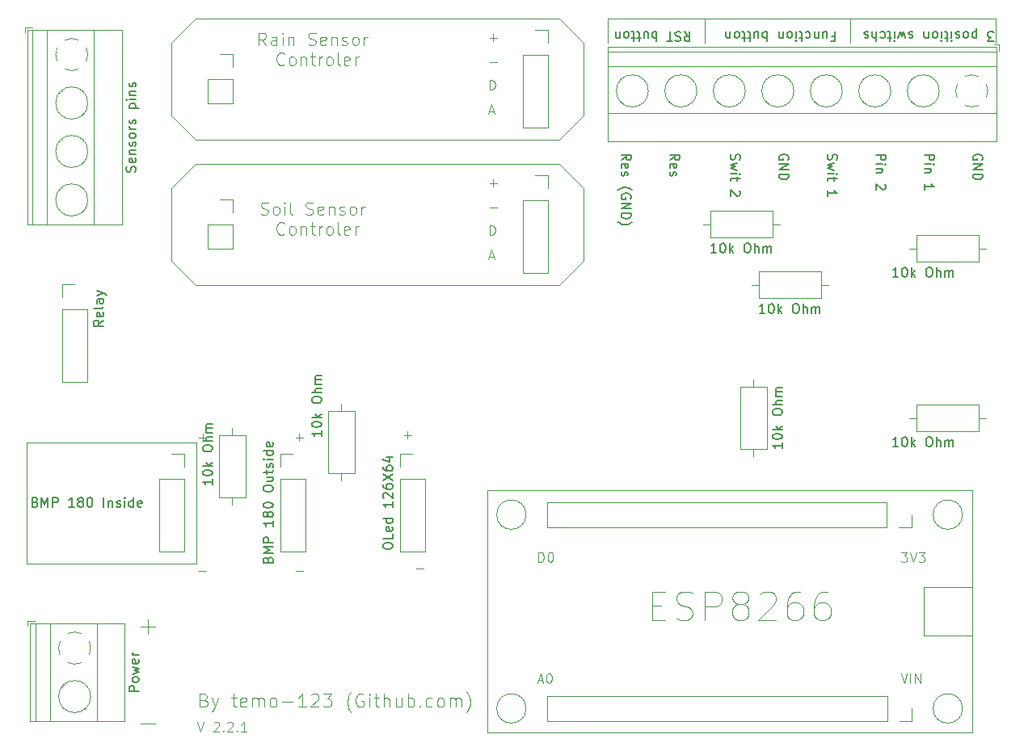
<source format=gbr>
%TF.GenerationSoftware,KiCad,Pcbnew,7.0.6-7.0.6~ubuntu22.04.1*%
%TF.CreationDate,2023-08-09T23:03:42+04:00*%
%TF.ProjectId,ESP 8266 ,45535020-3832-4363-9620-2e6b69636164,rev?*%
%TF.SameCoordinates,Original*%
%TF.FileFunction,Legend,Top*%
%TF.FilePolarity,Positive*%
%FSLAX46Y46*%
G04 Gerber Fmt 4.6, Leading zero omitted, Abs format (unit mm)*
G04 Created by KiCad (PCBNEW 7.0.6-7.0.6~ubuntu22.04.1) date 2023-08-09 23:03:42*
%MOMM*%
%LPD*%
G01*
G04 APERTURE LIST*
%ADD10C,0.100000*%
%ADD11C,0.150000*%
%ADD12C,0.120000*%
G04 APERTURE END LIST*
D10*
X165100000Y-57150000D02*
X165100000Y-64770000D01*
X167640000Y-54610000D02*
X165100000Y-57150000D01*
X202230000Y-111735000D02*
G75*
G03*
X202230000Y-111735000I-1540000J0D01*
G01*
X208280000Y-57150000D02*
X205740000Y-54610000D01*
X208280000Y-49530000D02*
X208280000Y-41910000D01*
X251460000Y-39370000D02*
X236220000Y-39370000D01*
X198150000Y-88875000D02*
X248950000Y-88875000D01*
X248950000Y-114275000D01*
X198150000Y-114275000D01*
X198150000Y-88875000D01*
X167640000Y-67310000D02*
X205740000Y-67310000D01*
X243870000Y-104115000D02*
X248950000Y-104115000D01*
X202230000Y-91415000D02*
G75*
G03*
X202230000Y-91415000I-1540000J0D01*
G01*
X167640000Y-39370000D02*
X165100000Y-41910000D01*
X205740000Y-39370000D02*
X167640000Y-39370000D01*
X165100000Y-49530000D02*
X167640000Y-52070000D01*
X236220000Y-39370000D02*
X220980000Y-39370000D01*
X167640000Y-52070000D02*
X205740000Y-52070000D01*
X205740000Y-52070000D02*
X208280000Y-49530000D01*
X167665000Y-96520000D02*
X149885000Y-96520000D01*
X220980000Y-39370000D02*
X210820000Y-39370000D01*
X167665000Y-83820000D02*
X167665000Y-96520000D01*
X248950000Y-99035000D02*
X243870000Y-99035000D01*
X205740000Y-54610000D02*
X167640000Y-54610000D01*
X236220000Y-39370000D02*
X236220000Y-41910000D01*
X243870000Y-99035000D02*
X243870000Y-104115000D01*
X149885000Y-83820000D02*
X167665000Y-83820000D01*
X210820000Y-39370000D02*
X210820000Y-41910000D01*
X165100000Y-41910000D02*
X165100000Y-49530000D01*
X247950000Y-91415000D02*
G75*
G03*
X247950000Y-91415000I-1540000J0D01*
G01*
X208280000Y-64770000D02*
X208280000Y-57150000D01*
X149885000Y-96520000D02*
X149885000Y-83820000D01*
X208280000Y-41910000D02*
X205740000Y-39370000D01*
X165100000Y-64770000D02*
X167640000Y-67310000D01*
X247950000Y-111735000D02*
G75*
G03*
X247950000Y-111735000I-1540000J0D01*
G01*
X251460000Y-41910000D02*
X251460000Y-39370000D01*
X220980000Y-39370000D02*
X220980000Y-41910000D01*
X205740000Y-67310000D02*
X208280000Y-64770000D01*
D11*
X217300180Y-54248207D02*
X217776371Y-53914874D01*
X217300180Y-53676779D02*
X218300180Y-53676779D01*
X218300180Y-53676779D02*
X218300180Y-54057731D01*
X218300180Y-54057731D02*
X218252561Y-54152969D01*
X218252561Y-54152969D02*
X218204942Y-54200588D01*
X218204942Y-54200588D02*
X218109704Y-54248207D01*
X218109704Y-54248207D02*
X217966847Y-54248207D01*
X217966847Y-54248207D02*
X217871609Y-54200588D01*
X217871609Y-54200588D02*
X217823990Y-54152969D01*
X217823990Y-54152969D02*
X217776371Y-54057731D01*
X217776371Y-54057731D02*
X217776371Y-53676779D01*
X217347800Y-55057731D02*
X217300180Y-54962493D01*
X217300180Y-54962493D02*
X217300180Y-54772017D01*
X217300180Y-54772017D02*
X217347800Y-54676779D01*
X217347800Y-54676779D02*
X217443038Y-54629160D01*
X217443038Y-54629160D02*
X217823990Y-54629160D01*
X217823990Y-54629160D02*
X217919228Y-54676779D01*
X217919228Y-54676779D02*
X217966847Y-54772017D01*
X217966847Y-54772017D02*
X217966847Y-54962493D01*
X217966847Y-54962493D02*
X217919228Y-55057731D01*
X217919228Y-55057731D02*
X217823990Y-55105350D01*
X217823990Y-55105350D02*
X217728752Y-55105350D01*
X217728752Y-55105350D02*
X217633514Y-54629160D01*
X217347800Y-55486303D02*
X217300180Y-55581541D01*
X217300180Y-55581541D02*
X217300180Y-55772017D01*
X217300180Y-55772017D02*
X217347800Y-55867255D01*
X217347800Y-55867255D02*
X217443038Y-55914874D01*
X217443038Y-55914874D02*
X217490657Y-55914874D01*
X217490657Y-55914874D02*
X217585895Y-55867255D01*
X217585895Y-55867255D02*
X217633514Y-55772017D01*
X217633514Y-55772017D02*
X217633514Y-55629160D01*
X217633514Y-55629160D02*
X217681133Y-55533922D01*
X217681133Y-55533922D02*
X217776371Y-55486303D01*
X217776371Y-55486303D02*
X217823990Y-55486303D01*
X217823990Y-55486303D02*
X217919228Y-55533922D01*
X217919228Y-55533922D02*
X217966847Y-55629160D01*
X217966847Y-55629160D02*
X217966847Y-55772017D01*
X217966847Y-55772017D02*
X217919228Y-55867255D01*
D10*
X168505789Y-110850133D02*
X168705789Y-110916800D01*
X168705789Y-110916800D02*
X168772455Y-110983466D01*
X168772455Y-110983466D02*
X168839122Y-111116800D01*
X168839122Y-111116800D02*
X168839122Y-111316800D01*
X168839122Y-111316800D02*
X168772455Y-111450133D01*
X168772455Y-111450133D02*
X168705789Y-111516800D01*
X168705789Y-111516800D02*
X168572455Y-111583466D01*
X168572455Y-111583466D02*
X168039122Y-111583466D01*
X168039122Y-111583466D02*
X168039122Y-110183466D01*
X168039122Y-110183466D02*
X168505789Y-110183466D01*
X168505789Y-110183466D02*
X168639122Y-110250133D01*
X168639122Y-110250133D02*
X168705789Y-110316800D01*
X168705789Y-110316800D02*
X168772455Y-110450133D01*
X168772455Y-110450133D02*
X168772455Y-110583466D01*
X168772455Y-110583466D02*
X168705789Y-110716800D01*
X168705789Y-110716800D02*
X168639122Y-110783466D01*
X168639122Y-110783466D02*
X168505789Y-110850133D01*
X168505789Y-110850133D02*
X168039122Y-110850133D01*
X169305789Y-110650133D02*
X169639122Y-111583466D01*
X169972455Y-110650133D02*
X169639122Y-111583466D01*
X169639122Y-111583466D02*
X169505789Y-111916800D01*
X169505789Y-111916800D02*
X169439122Y-111983466D01*
X169439122Y-111983466D02*
X169305789Y-112050133D01*
X171372456Y-110650133D02*
X171905789Y-110650133D01*
X171572456Y-110183466D02*
X171572456Y-111383466D01*
X171572456Y-111383466D02*
X171639123Y-111516800D01*
X171639123Y-111516800D02*
X171772456Y-111583466D01*
X171772456Y-111583466D02*
X171905789Y-111583466D01*
X172905789Y-111516800D02*
X172772456Y-111583466D01*
X172772456Y-111583466D02*
X172505789Y-111583466D01*
X172505789Y-111583466D02*
X172372456Y-111516800D01*
X172372456Y-111516800D02*
X172305789Y-111383466D01*
X172305789Y-111383466D02*
X172305789Y-110850133D01*
X172305789Y-110850133D02*
X172372456Y-110716800D01*
X172372456Y-110716800D02*
X172505789Y-110650133D01*
X172505789Y-110650133D02*
X172772456Y-110650133D01*
X172772456Y-110650133D02*
X172905789Y-110716800D01*
X172905789Y-110716800D02*
X172972456Y-110850133D01*
X172972456Y-110850133D02*
X172972456Y-110983466D01*
X172972456Y-110983466D02*
X172305789Y-111116800D01*
X173572456Y-111583466D02*
X173572456Y-110650133D01*
X173572456Y-110783466D02*
X173639123Y-110716800D01*
X173639123Y-110716800D02*
X173772456Y-110650133D01*
X173772456Y-110650133D02*
X173972456Y-110650133D01*
X173972456Y-110650133D02*
X174105789Y-110716800D01*
X174105789Y-110716800D02*
X174172456Y-110850133D01*
X174172456Y-110850133D02*
X174172456Y-111583466D01*
X174172456Y-110850133D02*
X174239123Y-110716800D01*
X174239123Y-110716800D02*
X174372456Y-110650133D01*
X174372456Y-110650133D02*
X174572456Y-110650133D01*
X174572456Y-110650133D02*
X174705789Y-110716800D01*
X174705789Y-110716800D02*
X174772456Y-110850133D01*
X174772456Y-110850133D02*
X174772456Y-111583466D01*
X175639123Y-111583466D02*
X175505790Y-111516800D01*
X175505790Y-111516800D02*
X175439123Y-111450133D01*
X175439123Y-111450133D02*
X175372456Y-111316800D01*
X175372456Y-111316800D02*
X175372456Y-110916800D01*
X175372456Y-110916800D02*
X175439123Y-110783466D01*
X175439123Y-110783466D02*
X175505790Y-110716800D01*
X175505790Y-110716800D02*
X175639123Y-110650133D01*
X175639123Y-110650133D02*
X175839123Y-110650133D01*
X175839123Y-110650133D02*
X175972456Y-110716800D01*
X175972456Y-110716800D02*
X176039123Y-110783466D01*
X176039123Y-110783466D02*
X176105790Y-110916800D01*
X176105790Y-110916800D02*
X176105790Y-111316800D01*
X176105790Y-111316800D02*
X176039123Y-111450133D01*
X176039123Y-111450133D02*
X175972456Y-111516800D01*
X175972456Y-111516800D02*
X175839123Y-111583466D01*
X175839123Y-111583466D02*
X175639123Y-111583466D01*
X176705790Y-111050133D02*
X177772457Y-111050133D01*
X179172456Y-111583466D02*
X178372456Y-111583466D01*
X178772456Y-111583466D02*
X178772456Y-110183466D01*
X178772456Y-110183466D02*
X178639123Y-110383466D01*
X178639123Y-110383466D02*
X178505790Y-110516800D01*
X178505790Y-110516800D02*
X178372456Y-110583466D01*
X179705789Y-110316800D02*
X179772456Y-110250133D01*
X179772456Y-110250133D02*
X179905789Y-110183466D01*
X179905789Y-110183466D02*
X180239123Y-110183466D01*
X180239123Y-110183466D02*
X180372456Y-110250133D01*
X180372456Y-110250133D02*
X180439123Y-110316800D01*
X180439123Y-110316800D02*
X180505789Y-110450133D01*
X180505789Y-110450133D02*
X180505789Y-110583466D01*
X180505789Y-110583466D02*
X180439123Y-110783466D01*
X180439123Y-110783466D02*
X179639123Y-111583466D01*
X179639123Y-111583466D02*
X180505789Y-111583466D01*
X180972456Y-110183466D02*
X181839122Y-110183466D01*
X181839122Y-110183466D02*
X181372456Y-110716800D01*
X181372456Y-110716800D02*
X181572456Y-110716800D01*
X181572456Y-110716800D02*
X181705789Y-110783466D01*
X181705789Y-110783466D02*
X181772456Y-110850133D01*
X181772456Y-110850133D02*
X181839122Y-110983466D01*
X181839122Y-110983466D02*
X181839122Y-111316800D01*
X181839122Y-111316800D02*
X181772456Y-111450133D01*
X181772456Y-111450133D02*
X181705789Y-111516800D01*
X181705789Y-111516800D02*
X181572456Y-111583466D01*
X181572456Y-111583466D02*
X181172456Y-111583466D01*
X181172456Y-111583466D02*
X181039122Y-111516800D01*
X181039122Y-111516800D02*
X180972456Y-111450133D01*
X183905789Y-112116800D02*
X183839122Y-112050133D01*
X183839122Y-112050133D02*
X183705789Y-111850133D01*
X183705789Y-111850133D02*
X183639122Y-111716800D01*
X183639122Y-111716800D02*
X183572456Y-111516800D01*
X183572456Y-111516800D02*
X183505789Y-111183466D01*
X183505789Y-111183466D02*
X183505789Y-110916800D01*
X183505789Y-110916800D02*
X183572456Y-110583466D01*
X183572456Y-110583466D02*
X183639122Y-110383466D01*
X183639122Y-110383466D02*
X183705789Y-110250133D01*
X183705789Y-110250133D02*
X183839122Y-110050133D01*
X183839122Y-110050133D02*
X183905789Y-109983466D01*
X185172455Y-110250133D02*
X185039122Y-110183466D01*
X185039122Y-110183466D02*
X184839122Y-110183466D01*
X184839122Y-110183466D02*
X184639122Y-110250133D01*
X184639122Y-110250133D02*
X184505789Y-110383466D01*
X184505789Y-110383466D02*
X184439122Y-110516800D01*
X184439122Y-110516800D02*
X184372455Y-110783466D01*
X184372455Y-110783466D02*
X184372455Y-110983466D01*
X184372455Y-110983466D02*
X184439122Y-111250133D01*
X184439122Y-111250133D02*
X184505789Y-111383466D01*
X184505789Y-111383466D02*
X184639122Y-111516800D01*
X184639122Y-111516800D02*
X184839122Y-111583466D01*
X184839122Y-111583466D02*
X184972455Y-111583466D01*
X184972455Y-111583466D02*
X185172455Y-111516800D01*
X185172455Y-111516800D02*
X185239122Y-111450133D01*
X185239122Y-111450133D02*
X185239122Y-110983466D01*
X185239122Y-110983466D02*
X184972455Y-110983466D01*
X185839122Y-111583466D02*
X185839122Y-110650133D01*
X185839122Y-110183466D02*
X185772455Y-110250133D01*
X185772455Y-110250133D02*
X185839122Y-110316800D01*
X185839122Y-110316800D02*
X185905789Y-110250133D01*
X185905789Y-110250133D02*
X185839122Y-110183466D01*
X185839122Y-110183466D02*
X185839122Y-110316800D01*
X186305789Y-110650133D02*
X186839122Y-110650133D01*
X186505789Y-110183466D02*
X186505789Y-111383466D01*
X186505789Y-111383466D02*
X186572456Y-111516800D01*
X186572456Y-111516800D02*
X186705789Y-111583466D01*
X186705789Y-111583466D02*
X186839122Y-111583466D01*
X187305789Y-111583466D02*
X187305789Y-110183466D01*
X187905789Y-111583466D02*
X187905789Y-110850133D01*
X187905789Y-110850133D02*
X187839122Y-110716800D01*
X187839122Y-110716800D02*
X187705789Y-110650133D01*
X187705789Y-110650133D02*
X187505789Y-110650133D01*
X187505789Y-110650133D02*
X187372456Y-110716800D01*
X187372456Y-110716800D02*
X187305789Y-110783466D01*
X189172456Y-110650133D02*
X189172456Y-111583466D01*
X188572456Y-110650133D02*
X188572456Y-111383466D01*
X188572456Y-111383466D02*
X188639123Y-111516800D01*
X188639123Y-111516800D02*
X188772456Y-111583466D01*
X188772456Y-111583466D02*
X188972456Y-111583466D01*
X188972456Y-111583466D02*
X189105789Y-111516800D01*
X189105789Y-111516800D02*
X189172456Y-111450133D01*
X189839123Y-111583466D02*
X189839123Y-110183466D01*
X189839123Y-110716800D02*
X189972456Y-110650133D01*
X189972456Y-110650133D02*
X190239123Y-110650133D01*
X190239123Y-110650133D02*
X190372456Y-110716800D01*
X190372456Y-110716800D02*
X190439123Y-110783466D01*
X190439123Y-110783466D02*
X190505790Y-110916800D01*
X190505790Y-110916800D02*
X190505790Y-111316800D01*
X190505790Y-111316800D02*
X190439123Y-111450133D01*
X190439123Y-111450133D02*
X190372456Y-111516800D01*
X190372456Y-111516800D02*
X190239123Y-111583466D01*
X190239123Y-111583466D02*
X189972456Y-111583466D01*
X189972456Y-111583466D02*
X189839123Y-111516800D01*
X191105790Y-111450133D02*
X191172457Y-111516800D01*
X191172457Y-111516800D02*
X191105790Y-111583466D01*
X191105790Y-111583466D02*
X191039123Y-111516800D01*
X191039123Y-111516800D02*
X191105790Y-111450133D01*
X191105790Y-111450133D02*
X191105790Y-111583466D01*
X192372457Y-111516800D02*
X192239124Y-111583466D01*
X192239124Y-111583466D02*
X191972457Y-111583466D01*
X191972457Y-111583466D02*
X191839124Y-111516800D01*
X191839124Y-111516800D02*
X191772457Y-111450133D01*
X191772457Y-111450133D02*
X191705790Y-111316800D01*
X191705790Y-111316800D02*
X191705790Y-110916800D01*
X191705790Y-110916800D02*
X191772457Y-110783466D01*
X191772457Y-110783466D02*
X191839124Y-110716800D01*
X191839124Y-110716800D02*
X191972457Y-110650133D01*
X191972457Y-110650133D02*
X192239124Y-110650133D01*
X192239124Y-110650133D02*
X192372457Y-110716800D01*
X193172457Y-111583466D02*
X193039124Y-111516800D01*
X193039124Y-111516800D02*
X192972457Y-111450133D01*
X192972457Y-111450133D02*
X192905790Y-111316800D01*
X192905790Y-111316800D02*
X192905790Y-110916800D01*
X192905790Y-110916800D02*
X192972457Y-110783466D01*
X192972457Y-110783466D02*
X193039124Y-110716800D01*
X193039124Y-110716800D02*
X193172457Y-110650133D01*
X193172457Y-110650133D02*
X193372457Y-110650133D01*
X193372457Y-110650133D02*
X193505790Y-110716800D01*
X193505790Y-110716800D02*
X193572457Y-110783466D01*
X193572457Y-110783466D02*
X193639124Y-110916800D01*
X193639124Y-110916800D02*
X193639124Y-111316800D01*
X193639124Y-111316800D02*
X193572457Y-111450133D01*
X193572457Y-111450133D02*
X193505790Y-111516800D01*
X193505790Y-111516800D02*
X193372457Y-111583466D01*
X193372457Y-111583466D02*
X193172457Y-111583466D01*
X194239124Y-111583466D02*
X194239124Y-110650133D01*
X194239124Y-110783466D02*
X194305791Y-110716800D01*
X194305791Y-110716800D02*
X194439124Y-110650133D01*
X194439124Y-110650133D02*
X194639124Y-110650133D01*
X194639124Y-110650133D02*
X194772457Y-110716800D01*
X194772457Y-110716800D02*
X194839124Y-110850133D01*
X194839124Y-110850133D02*
X194839124Y-111583466D01*
X194839124Y-110850133D02*
X194905791Y-110716800D01*
X194905791Y-110716800D02*
X195039124Y-110650133D01*
X195039124Y-110650133D02*
X195239124Y-110650133D01*
X195239124Y-110650133D02*
X195372457Y-110716800D01*
X195372457Y-110716800D02*
X195439124Y-110850133D01*
X195439124Y-110850133D02*
X195439124Y-111583466D01*
X195972458Y-112116800D02*
X196039124Y-112050133D01*
X196039124Y-112050133D02*
X196172458Y-111850133D01*
X196172458Y-111850133D02*
X196239124Y-111716800D01*
X196239124Y-111716800D02*
X196305791Y-111516800D01*
X196305791Y-111516800D02*
X196372458Y-111183466D01*
X196372458Y-111183466D02*
X196372458Y-110916800D01*
X196372458Y-110916800D02*
X196305791Y-110583466D01*
X196305791Y-110583466D02*
X196239124Y-110383466D01*
X196239124Y-110383466D02*
X196172458Y-110250133D01*
X196172458Y-110250133D02*
X196039124Y-110050133D01*
X196039124Y-110050133D02*
X195972458Y-109983466D01*
X174985238Y-42192704D02*
X174551905Y-41573657D01*
X174242381Y-42192704D02*
X174242381Y-40892704D01*
X174242381Y-40892704D02*
X174737619Y-40892704D01*
X174737619Y-40892704D02*
X174861429Y-40954609D01*
X174861429Y-40954609D02*
X174923334Y-41016514D01*
X174923334Y-41016514D02*
X174985238Y-41140323D01*
X174985238Y-41140323D02*
X174985238Y-41326038D01*
X174985238Y-41326038D02*
X174923334Y-41449847D01*
X174923334Y-41449847D02*
X174861429Y-41511752D01*
X174861429Y-41511752D02*
X174737619Y-41573657D01*
X174737619Y-41573657D02*
X174242381Y-41573657D01*
X176099524Y-42192704D02*
X176099524Y-41511752D01*
X176099524Y-41511752D02*
X176037619Y-41387942D01*
X176037619Y-41387942D02*
X175913810Y-41326038D01*
X175913810Y-41326038D02*
X175666191Y-41326038D01*
X175666191Y-41326038D02*
X175542381Y-41387942D01*
X176099524Y-42130800D02*
X175975715Y-42192704D01*
X175975715Y-42192704D02*
X175666191Y-42192704D01*
X175666191Y-42192704D02*
X175542381Y-42130800D01*
X175542381Y-42130800D02*
X175480477Y-42006990D01*
X175480477Y-42006990D02*
X175480477Y-41883180D01*
X175480477Y-41883180D02*
X175542381Y-41759371D01*
X175542381Y-41759371D02*
X175666191Y-41697466D01*
X175666191Y-41697466D02*
X175975715Y-41697466D01*
X175975715Y-41697466D02*
X176099524Y-41635561D01*
X176718571Y-42192704D02*
X176718571Y-41326038D01*
X176718571Y-40892704D02*
X176656667Y-40954609D01*
X176656667Y-40954609D02*
X176718571Y-41016514D01*
X176718571Y-41016514D02*
X176780476Y-40954609D01*
X176780476Y-40954609D02*
X176718571Y-40892704D01*
X176718571Y-40892704D02*
X176718571Y-41016514D01*
X177337619Y-41326038D02*
X177337619Y-42192704D01*
X177337619Y-41449847D02*
X177399524Y-41387942D01*
X177399524Y-41387942D02*
X177523334Y-41326038D01*
X177523334Y-41326038D02*
X177709048Y-41326038D01*
X177709048Y-41326038D02*
X177832857Y-41387942D01*
X177832857Y-41387942D02*
X177894762Y-41511752D01*
X177894762Y-41511752D02*
X177894762Y-42192704D01*
X179442381Y-42130800D02*
X179628095Y-42192704D01*
X179628095Y-42192704D02*
X179937619Y-42192704D01*
X179937619Y-42192704D02*
X180061428Y-42130800D01*
X180061428Y-42130800D02*
X180123333Y-42068895D01*
X180123333Y-42068895D02*
X180185238Y-41945085D01*
X180185238Y-41945085D02*
X180185238Y-41821276D01*
X180185238Y-41821276D02*
X180123333Y-41697466D01*
X180123333Y-41697466D02*
X180061428Y-41635561D01*
X180061428Y-41635561D02*
X179937619Y-41573657D01*
X179937619Y-41573657D02*
X179690000Y-41511752D01*
X179690000Y-41511752D02*
X179566190Y-41449847D01*
X179566190Y-41449847D02*
X179504285Y-41387942D01*
X179504285Y-41387942D02*
X179442381Y-41264133D01*
X179442381Y-41264133D02*
X179442381Y-41140323D01*
X179442381Y-41140323D02*
X179504285Y-41016514D01*
X179504285Y-41016514D02*
X179566190Y-40954609D01*
X179566190Y-40954609D02*
X179690000Y-40892704D01*
X179690000Y-40892704D02*
X179999523Y-40892704D01*
X179999523Y-40892704D02*
X180185238Y-40954609D01*
X181237618Y-42130800D02*
X181113809Y-42192704D01*
X181113809Y-42192704D02*
X180866190Y-42192704D01*
X180866190Y-42192704D02*
X180742380Y-42130800D01*
X180742380Y-42130800D02*
X180680476Y-42006990D01*
X180680476Y-42006990D02*
X180680476Y-41511752D01*
X180680476Y-41511752D02*
X180742380Y-41387942D01*
X180742380Y-41387942D02*
X180866190Y-41326038D01*
X180866190Y-41326038D02*
X181113809Y-41326038D01*
X181113809Y-41326038D02*
X181237618Y-41387942D01*
X181237618Y-41387942D02*
X181299523Y-41511752D01*
X181299523Y-41511752D02*
X181299523Y-41635561D01*
X181299523Y-41635561D02*
X180680476Y-41759371D01*
X181856666Y-41326038D02*
X181856666Y-42192704D01*
X181856666Y-41449847D02*
X181918571Y-41387942D01*
X181918571Y-41387942D02*
X182042381Y-41326038D01*
X182042381Y-41326038D02*
X182228095Y-41326038D01*
X182228095Y-41326038D02*
X182351904Y-41387942D01*
X182351904Y-41387942D02*
X182413809Y-41511752D01*
X182413809Y-41511752D02*
X182413809Y-42192704D01*
X182970952Y-42130800D02*
X183094761Y-42192704D01*
X183094761Y-42192704D02*
X183342380Y-42192704D01*
X183342380Y-42192704D02*
X183466190Y-42130800D01*
X183466190Y-42130800D02*
X183528094Y-42006990D01*
X183528094Y-42006990D02*
X183528094Y-41945085D01*
X183528094Y-41945085D02*
X183466190Y-41821276D01*
X183466190Y-41821276D02*
X183342380Y-41759371D01*
X183342380Y-41759371D02*
X183156666Y-41759371D01*
X183156666Y-41759371D02*
X183032856Y-41697466D01*
X183032856Y-41697466D02*
X182970952Y-41573657D01*
X182970952Y-41573657D02*
X182970952Y-41511752D01*
X182970952Y-41511752D02*
X183032856Y-41387942D01*
X183032856Y-41387942D02*
X183156666Y-41326038D01*
X183156666Y-41326038D02*
X183342380Y-41326038D01*
X183342380Y-41326038D02*
X183466190Y-41387942D01*
X184270952Y-42192704D02*
X184147142Y-42130800D01*
X184147142Y-42130800D02*
X184085237Y-42068895D01*
X184085237Y-42068895D02*
X184023333Y-41945085D01*
X184023333Y-41945085D02*
X184023333Y-41573657D01*
X184023333Y-41573657D02*
X184085237Y-41449847D01*
X184085237Y-41449847D02*
X184147142Y-41387942D01*
X184147142Y-41387942D02*
X184270952Y-41326038D01*
X184270952Y-41326038D02*
X184456666Y-41326038D01*
X184456666Y-41326038D02*
X184580475Y-41387942D01*
X184580475Y-41387942D02*
X184642380Y-41449847D01*
X184642380Y-41449847D02*
X184704285Y-41573657D01*
X184704285Y-41573657D02*
X184704285Y-41945085D01*
X184704285Y-41945085D02*
X184642380Y-42068895D01*
X184642380Y-42068895D02*
X184580475Y-42130800D01*
X184580475Y-42130800D02*
X184456666Y-42192704D01*
X184456666Y-42192704D02*
X184270952Y-42192704D01*
X185261427Y-42192704D02*
X185261427Y-41326038D01*
X185261427Y-41573657D02*
X185323332Y-41449847D01*
X185323332Y-41449847D02*
X185385237Y-41387942D01*
X185385237Y-41387942D02*
X185509046Y-41326038D01*
X185509046Y-41326038D02*
X185632856Y-41326038D01*
X176904286Y-44161895D02*
X176842382Y-44223800D01*
X176842382Y-44223800D02*
X176656667Y-44285704D01*
X176656667Y-44285704D02*
X176532858Y-44285704D01*
X176532858Y-44285704D02*
X176347144Y-44223800D01*
X176347144Y-44223800D02*
X176223334Y-44099990D01*
X176223334Y-44099990D02*
X176161429Y-43976180D01*
X176161429Y-43976180D02*
X176099525Y-43728561D01*
X176099525Y-43728561D02*
X176099525Y-43542847D01*
X176099525Y-43542847D02*
X176161429Y-43295228D01*
X176161429Y-43295228D02*
X176223334Y-43171419D01*
X176223334Y-43171419D02*
X176347144Y-43047609D01*
X176347144Y-43047609D02*
X176532858Y-42985704D01*
X176532858Y-42985704D02*
X176656667Y-42985704D01*
X176656667Y-42985704D02*
X176842382Y-43047609D01*
X176842382Y-43047609D02*
X176904286Y-43109514D01*
X177647144Y-44285704D02*
X177523334Y-44223800D01*
X177523334Y-44223800D02*
X177461429Y-44161895D01*
X177461429Y-44161895D02*
X177399525Y-44038085D01*
X177399525Y-44038085D02*
X177399525Y-43666657D01*
X177399525Y-43666657D02*
X177461429Y-43542847D01*
X177461429Y-43542847D02*
X177523334Y-43480942D01*
X177523334Y-43480942D02*
X177647144Y-43419038D01*
X177647144Y-43419038D02*
X177832858Y-43419038D01*
X177832858Y-43419038D02*
X177956667Y-43480942D01*
X177956667Y-43480942D02*
X178018572Y-43542847D01*
X178018572Y-43542847D02*
X178080477Y-43666657D01*
X178080477Y-43666657D02*
X178080477Y-44038085D01*
X178080477Y-44038085D02*
X178018572Y-44161895D01*
X178018572Y-44161895D02*
X177956667Y-44223800D01*
X177956667Y-44223800D02*
X177832858Y-44285704D01*
X177832858Y-44285704D02*
X177647144Y-44285704D01*
X178637619Y-43419038D02*
X178637619Y-44285704D01*
X178637619Y-43542847D02*
X178699524Y-43480942D01*
X178699524Y-43480942D02*
X178823334Y-43419038D01*
X178823334Y-43419038D02*
X179009048Y-43419038D01*
X179009048Y-43419038D02*
X179132857Y-43480942D01*
X179132857Y-43480942D02*
X179194762Y-43604752D01*
X179194762Y-43604752D02*
X179194762Y-44285704D01*
X179628095Y-43419038D02*
X180123333Y-43419038D01*
X179813809Y-42985704D02*
X179813809Y-44099990D01*
X179813809Y-44099990D02*
X179875714Y-44223800D01*
X179875714Y-44223800D02*
X179999524Y-44285704D01*
X179999524Y-44285704D02*
X180123333Y-44285704D01*
X180556666Y-44285704D02*
X180556666Y-43419038D01*
X180556666Y-43666657D02*
X180618571Y-43542847D01*
X180618571Y-43542847D02*
X180680476Y-43480942D01*
X180680476Y-43480942D02*
X180804285Y-43419038D01*
X180804285Y-43419038D02*
X180928095Y-43419038D01*
X181547143Y-44285704D02*
X181423333Y-44223800D01*
X181423333Y-44223800D02*
X181361428Y-44161895D01*
X181361428Y-44161895D02*
X181299524Y-44038085D01*
X181299524Y-44038085D02*
X181299524Y-43666657D01*
X181299524Y-43666657D02*
X181361428Y-43542847D01*
X181361428Y-43542847D02*
X181423333Y-43480942D01*
X181423333Y-43480942D02*
X181547143Y-43419038D01*
X181547143Y-43419038D02*
X181732857Y-43419038D01*
X181732857Y-43419038D02*
X181856666Y-43480942D01*
X181856666Y-43480942D02*
X181918571Y-43542847D01*
X181918571Y-43542847D02*
X181980476Y-43666657D01*
X181980476Y-43666657D02*
X181980476Y-44038085D01*
X181980476Y-44038085D02*
X181918571Y-44161895D01*
X181918571Y-44161895D02*
X181856666Y-44223800D01*
X181856666Y-44223800D02*
X181732857Y-44285704D01*
X181732857Y-44285704D02*
X181547143Y-44285704D01*
X182723333Y-44285704D02*
X182599523Y-44223800D01*
X182599523Y-44223800D02*
X182537618Y-44099990D01*
X182537618Y-44099990D02*
X182537618Y-42985704D01*
X183713808Y-44223800D02*
X183589999Y-44285704D01*
X183589999Y-44285704D02*
X183342380Y-44285704D01*
X183342380Y-44285704D02*
X183218570Y-44223800D01*
X183218570Y-44223800D02*
X183156666Y-44099990D01*
X183156666Y-44099990D02*
X183156666Y-43604752D01*
X183156666Y-43604752D02*
X183218570Y-43480942D01*
X183218570Y-43480942D02*
X183342380Y-43419038D01*
X183342380Y-43419038D02*
X183589999Y-43419038D01*
X183589999Y-43419038D02*
X183713808Y-43480942D01*
X183713808Y-43480942D02*
X183775713Y-43604752D01*
X183775713Y-43604752D02*
X183775713Y-43728561D01*
X183775713Y-43728561D02*
X183156666Y-43852371D01*
X184332856Y-44285704D02*
X184332856Y-43419038D01*
X184332856Y-43666657D02*
X184394761Y-43542847D01*
X184394761Y-43542847D02*
X184456666Y-43480942D01*
X184456666Y-43480942D02*
X184580475Y-43419038D01*
X184580475Y-43419038D02*
X184704285Y-43419038D01*
X178103884Y-83311466D02*
X178865789Y-83311466D01*
X178484836Y-83692419D02*
X178484836Y-82930514D01*
D11*
X223697800Y-53629160D02*
X223650180Y-53772017D01*
X223650180Y-53772017D02*
X223650180Y-54010112D01*
X223650180Y-54010112D02*
X223697800Y-54105350D01*
X223697800Y-54105350D02*
X223745419Y-54152969D01*
X223745419Y-54152969D02*
X223840657Y-54200588D01*
X223840657Y-54200588D02*
X223935895Y-54200588D01*
X223935895Y-54200588D02*
X224031133Y-54152969D01*
X224031133Y-54152969D02*
X224078752Y-54105350D01*
X224078752Y-54105350D02*
X224126371Y-54010112D01*
X224126371Y-54010112D02*
X224173990Y-53819636D01*
X224173990Y-53819636D02*
X224221609Y-53724398D01*
X224221609Y-53724398D02*
X224269228Y-53676779D01*
X224269228Y-53676779D02*
X224364466Y-53629160D01*
X224364466Y-53629160D02*
X224459704Y-53629160D01*
X224459704Y-53629160D02*
X224554942Y-53676779D01*
X224554942Y-53676779D02*
X224602561Y-53724398D01*
X224602561Y-53724398D02*
X224650180Y-53819636D01*
X224650180Y-53819636D02*
X224650180Y-54057731D01*
X224650180Y-54057731D02*
X224602561Y-54200588D01*
X224316847Y-54533922D02*
X223650180Y-54724398D01*
X223650180Y-54724398D02*
X224126371Y-54914874D01*
X224126371Y-54914874D02*
X223650180Y-55105350D01*
X223650180Y-55105350D02*
X224316847Y-55295826D01*
X223650180Y-55676779D02*
X224316847Y-55676779D01*
X224650180Y-55676779D02*
X224602561Y-55629160D01*
X224602561Y-55629160D02*
X224554942Y-55676779D01*
X224554942Y-55676779D02*
X224602561Y-55724398D01*
X224602561Y-55724398D02*
X224650180Y-55676779D01*
X224650180Y-55676779D02*
X224554942Y-55676779D01*
X224316847Y-56010112D02*
X224316847Y-56391064D01*
X224650180Y-56152969D02*
X223793038Y-56152969D01*
X223793038Y-56152969D02*
X223697800Y-56200588D01*
X223697800Y-56200588D02*
X223650180Y-56295826D01*
X223650180Y-56295826D02*
X223650180Y-56391064D01*
X224554942Y-57438684D02*
X224602561Y-57486303D01*
X224602561Y-57486303D02*
X224650180Y-57581541D01*
X224650180Y-57581541D02*
X224650180Y-57819636D01*
X224650180Y-57819636D02*
X224602561Y-57914874D01*
X224602561Y-57914874D02*
X224554942Y-57962493D01*
X224554942Y-57962493D02*
X224459704Y-58010112D01*
X224459704Y-58010112D02*
X224364466Y-58010112D01*
X224364466Y-58010112D02*
X224221609Y-57962493D01*
X224221609Y-57962493D02*
X223650180Y-57391065D01*
X223650180Y-57391065D02*
X223650180Y-58010112D01*
D10*
X190196115Y-83058533D02*
X189434211Y-83058533D01*
X189815163Y-82677580D02*
X189815163Y-83439485D01*
X167943884Y-97281466D02*
X168705789Y-97281466D01*
D11*
X238890180Y-53676779D02*
X239890180Y-53676779D01*
X239890180Y-53676779D02*
X239890180Y-54057731D01*
X239890180Y-54057731D02*
X239842561Y-54152969D01*
X239842561Y-54152969D02*
X239794942Y-54200588D01*
X239794942Y-54200588D02*
X239699704Y-54248207D01*
X239699704Y-54248207D02*
X239556847Y-54248207D01*
X239556847Y-54248207D02*
X239461609Y-54200588D01*
X239461609Y-54200588D02*
X239413990Y-54152969D01*
X239413990Y-54152969D02*
X239366371Y-54057731D01*
X239366371Y-54057731D02*
X239366371Y-53676779D01*
X238890180Y-54676779D02*
X239556847Y-54676779D01*
X239890180Y-54676779D02*
X239842561Y-54629160D01*
X239842561Y-54629160D02*
X239794942Y-54676779D01*
X239794942Y-54676779D02*
X239842561Y-54724398D01*
X239842561Y-54724398D02*
X239890180Y-54676779D01*
X239890180Y-54676779D02*
X239794942Y-54676779D01*
X239556847Y-55152969D02*
X238890180Y-55152969D01*
X239461609Y-55152969D02*
X239509228Y-55200588D01*
X239509228Y-55200588D02*
X239556847Y-55295826D01*
X239556847Y-55295826D02*
X239556847Y-55438683D01*
X239556847Y-55438683D02*
X239509228Y-55533921D01*
X239509228Y-55533921D02*
X239413990Y-55581540D01*
X239413990Y-55581540D02*
X238890180Y-55581540D01*
X239794942Y-56772017D02*
X239842561Y-56819636D01*
X239842561Y-56819636D02*
X239890180Y-56914874D01*
X239890180Y-56914874D02*
X239890180Y-57152969D01*
X239890180Y-57152969D02*
X239842561Y-57248207D01*
X239842561Y-57248207D02*
X239794942Y-57295826D01*
X239794942Y-57295826D02*
X239699704Y-57343445D01*
X239699704Y-57343445D02*
X239604466Y-57343445D01*
X239604466Y-57343445D02*
X239461609Y-57295826D01*
X239461609Y-57295826D02*
X238890180Y-56724398D01*
X238890180Y-56724398D02*
X238890180Y-57343445D01*
D10*
X167968884Y-83311466D02*
X168730789Y-83311466D01*
X168349836Y-83692419D02*
X168349836Y-82930514D01*
D11*
X243970180Y-53676779D02*
X244970180Y-53676779D01*
X244970180Y-53676779D02*
X244970180Y-54057731D01*
X244970180Y-54057731D02*
X244922561Y-54152969D01*
X244922561Y-54152969D02*
X244874942Y-54200588D01*
X244874942Y-54200588D02*
X244779704Y-54248207D01*
X244779704Y-54248207D02*
X244636847Y-54248207D01*
X244636847Y-54248207D02*
X244541609Y-54200588D01*
X244541609Y-54200588D02*
X244493990Y-54152969D01*
X244493990Y-54152969D02*
X244446371Y-54057731D01*
X244446371Y-54057731D02*
X244446371Y-53676779D01*
X243970180Y-54676779D02*
X244636847Y-54676779D01*
X244970180Y-54676779D02*
X244922561Y-54629160D01*
X244922561Y-54629160D02*
X244874942Y-54676779D01*
X244874942Y-54676779D02*
X244922561Y-54724398D01*
X244922561Y-54724398D02*
X244970180Y-54676779D01*
X244970180Y-54676779D02*
X244874942Y-54676779D01*
X244636847Y-55152969D02*
X243970180Y-55152969D01*
X244541609Y-55152969D02*
X244589228Y-55200588D01*
X244589228Y-55200588D02*
X244636847Y-55295826D01*
X244636847Y-55295826D02*
X244636847Y-55438683D01*
X244636847Y-55438683D02*
X244589228Y-55533921D01*
X244589228Y-55533921D02*
X244493990Y-55581540D01*
X244493990Y-55581540D02*
X243970180Y-55581540D01*
X243970180Y-57343445D02*
X243970180Y-56772017D01*
X243970180Y-57057731D02*
X244970180Y-57057731D01*
X244970180Y-57057731D02*
X244827323Y-56962493D01*
X244827323Y-56962493D02*
X244732085Y-56867255D01*
X244732085Y-56867255D02*
X244684466Y-56772017D01*
D10*
X191466115Y-97028533D02*
X190704211Y-97028533D01*
D11*
X229682561Y-54200588D02*
X229730180Y-54105350D01*
X229730180Y-54105350D02*
X229730180Y-53962493D01*
X229730180Y-53962493D02*
X229682561Y-53819636D01*
X229682561Y-53819636D02*
X229587323Y-53724398D01*
X229587323Y-53724398D02*
X229492085Y-53676779D01*
X229492085Y-53676779D02*
X229301609Y-53629160D01*
X229301609Y-53629160D02*
X229158752Y-53629160D01*
X229158752Y-53629160D02*
X228968276Y-53676779D01*
X228968276Y-53676779D02*
X228873038Y-53724398D01*
X228873038Y-53724398D02*
X228777800Y-53819636D01*
X228777800Y-53819636D02*
X228730180Y-53962493D01*
X228730180Y-53962493D02*
X228730180Y-54057731D01*
X228730180Y-54057731D02*
X228777800Y-54200588D01*
X228777800Y-54200588D02*
X228825419Y-54248207D01*
X228825419Y-54248207D02*
X229158752Y-54248207D01*
X229158752Y-54248207D02*
X229158752Y-54057731D01*
X228730180Y-54676779D02*
X229730180Y-54676779D01*
X229730180Y-54676779D02*
X228730180Y-55248207D01*
X228730180Y-55248207D02*
X229730180Y-55248207D01*
X228730180Y-55724398D02*
X229730180Y-55724398D01*
X229730180Y-55724398D02*
X229730180Y-55962493D01*
X229730180Y-55962493D02*
X229682561Y-56105350D01*
X229682561Y-56105350D02*
X229587323Y-56200588D01*
X229587323Y-56200588D02*
X229492085Y-56248207D01*
X229492085Y-56248207D02*
X229301609Y-56295826D01*
X229301609Y-56295826D02*
X229158752Y-56295826D01*
X229158752Y-56295826D02*
X228968276Y-56248207D01*
X228968276Y-56248207D02*
X228873038Y-56200588D01*
X228873038Y-56200588D02*
X228777800Y-56105350D01*
X228777800Y-56105350D02*
X228730180Y-55962493D01*
X228730180Y-55962493D02*
X228730180Y-55724398D01*
X250002561Y-54200588D02*
X250050180Y-54105350D01*
X250050180Y-54105350D02*
X250050180Y-53962493D01*
X250050180Y-53962493D02*
X250002561Y-53819636D01*
X250002561Y-53819636D02*
X249907323Y-53724398D01*
X249907323Y-53724398D02*
X249812085Y-53676779D01*
X249812085Y-53676779D02*
X249621609Y-53629160D01*
X249621609Y-53629160D02*
X249478752Y-53629160D01*
X249478752Y-53629160D02*
X249288276Y-53676779D01*
X249288276Y-53676779D02*
X249193038Y-53724398D01*
X249193038Y-53724398D02*
X249097800Y-53819636D01*
X249097800Y-53819636D02*
X249050180Y-53962493D01*
X249050180Y-53962493D02*
X249050180Y-54057731D01*
X249050180Y-54057731D02*
X249097800Y-54200588D01*
X249097800Y-54200588D02*
X249145419Y-54248207D01*
X249145419Y-54248207D02*
X249478752Y-54248207D01*
X249478752Y-54248207D02*
X249478752Y-54057731D01*
X249050180Y-54676779D02*
X250050180Y-54676779D01*
X250050180Y-54676779D02*
X249050180Y-55248207D01*
X249050180Y-55248207D02*
X250050180Y-55248207D01*
X249050180Y-55724398D02*
X250050180Y-55724398D01*
X250050180Y-55724398D02*
X250050180Y-55962493D01*
X250050180Y-55962493D02*
X250002561Y-56105350D01*
X250002561Y-56105350D02*
X249907323Y-56200588D01*
X249907323Y-56200588D02*
X249812085Y-56248207D01*
X249812085Y-56248207D02*
X249621609Y-56295826D01*
X249621609Y-56295826D02*
X249478752Y-56295826D01*
X249478752Y-56295826D02*
X249288276Y-56248207D01*
X249288276Y-56248207D02*
X249193038Y-56200588D01*
X249193038Y-56200588D02*
X249097800Y-56105350D01*
X249097800Y-56105350D02*
X249050180Y-55962493D01*
X249050180Y-55962493D02*
X249050180Y-55724398D01*
D10*
X198376265Y-64356704D02*
X198852455Y-64356704D01*
X198281027Y-64642419D02*
X198614360Y-63642419D01*
X198614360Y-63642419D02*
X198947693Y-64642419D01*
X203486265Y-108781704D02*
X203962455Y-108781704D01*
X203391027Y-109067419D02*
X203724360Y-108067419D01*
X203724360Y-108067419D02*
X204057693Y-109067419D01*
X204581503Y-108067419D02*
X204676741Y-108067419D01*
X204676741Y-108067419D02*
X204771979Y-108115038D01*
X204771979Y-108115038D02*
X204819598Y-108162657D01*
X204819598Y-108162657D02*
X204867217Y-108257895D01*
X204867217Y-108257895D02*
X204914836Y-108448371D01*
X204914836Y-108448371D02*
X204914836Y-108686466D01*
X204914836Y-108686466D02*
X204867217Y-108876942D01*
X204867217Y-108876942D02*
X204819598Y-108972180D01*
X204819598Y-108972180D02*
X204771979Y-109019800D01*
X204771979Y-109019800D02*
X204676741Y-109067419D01*
X204676741Y-109067419D02*
X204581503Y-109067419D01*
X204581503Y-109067419D02*
X204486265Y-109019800D01*
X204486265Y-109019800D02*
X204438646Y-108972180D01*
X204438646Y-108972180D02*
X204391027Y-108876942D01*
X204391027Y-108876942D02*
X204343408Y-108686466D01*
X204343408Y-108686466D02*
X204343408Y-108448371D01*
X204343408Y-108448371D02*
X204391027Y-108257895D01*
X204391027Y-108257895D02*
X204438646Y-108162657D01*
X204438646Y-108162657D02*
X204486265Y-108115038D01*
X204486265Y-108115038D02*
X204581503Y-108067419D01*
X198423884Y-43941466D02*
X199185789Y-43941466D01*
X161831979Y-113288133D02*
X163355789Y-113288133D01*
X198423884Y-41401466D02*
X199185789Y-41401466D01*
X198804836Y-41782419D02*
X198804836Y-41020514D01*
X203533884Y-96367419D02*
X203533884Y-95367419D01*
X203533884Y-95367419D02*
X203771979Y-95367419D01*
X203771979Y-95367419D02*
X203914836Y-95415038D01*
X203914836Y-95415038D02*
X204010074Y-95510276D01*
X204010074Y-95510276D02*
X204057693Y-95605514D01*
X204057693Y-95605514D02*
X204105312Y-95795990D01*
X204105312Y-95795990D02*
X204105312Y-95938847D01*
X204105312Y-95938847D02*
X204057693Y-96129323D01*
X204057693Y-96129323D02*
X204010074Y-96224561D01*
X204010074Y-96224561D02*
X203914836Y-96319800D01*
X203914836Y-96319800D02*
X203771979Y-96367419D01*
X203771979Y-96367419D02*
X203533884Y-96367419D01*
X204724360Y-95367419D02*
X204819598Y-95367419D01*
X204819598Y-95367419D02*
X204914836Y-95415038D01*
X204914836Y-95415038D02*
X204962455Y-95462657D01*
X204962455Y-95462657D02*
X205010074Y-95557895D01*
X205010074Y-95557895D02*
X205057693Y-95748371D01*
X205057693Y-95748371D02*
X205057693Y-95986466D01*
X205057693Y-95986466D02*
X205010074Y-96176942D01*
X205010074Y-96176942D02*
X204962455Y-96272180D01*
X204962455Y-96272180D02*
X204914836Y-96319800D01*
X204914836Y-96319800D02*
X204819598Y-96367419D01*
X204819598Y-96367419D02*
X204724360Y-96367419D01*
X204724360Y-96367419D02*
X204629122Y-96319800D01*
X204629122Y-96319800D02*
X204581503Y-96272180D01*
X204581503Y-96272180D02*
X204533884Y-96176942D01*
X204533884Y-96176942D02*
X204486265Y-95986466D01*
X204486265Y-95986466D02*
X204486265Y-95748371D01*
X204486265Y-95748371D02*
X204533884Y-95557895D01*
X204533884Y-95557895D02*
X204581503Y-95462657D01*
X204581503Y-95462657D02*
X204629122Y-95415038D01*
X204629122Y-95415038D02*
X204724360Y-95367419D01*
D11*
X234279887Y-41293990D02*
X234613220Y-41293990D01*
X234613220Y-40770180D02*
X234613220Y-41770180D01*
X234613220Y-41770180D02*
X234137030Y-41770180D01*
X233327506Y-41436847D02*
X233327506Y-40770180D01*
X233756077Y-41436847D02*
X233756077Y-40913038D01*
X233756077Y-40913038D02*
X233708458Y-40817800D01*
X233708458Y-40817800D02*
X233613220Y-40770180D01*
X233613220Y-40770180D02*
X233470363Y-40770180D01*
X233470363Y-40770180D02*
X233375125Y-40817800D01*
X233375125Y-40817800D02*
X233327506Y-40865419D01*
X232851315Y-41436847D02*
X232851315Y-40770180D01*
X232851315Y-41341609D02*
X232803696Y-41389228D01*
X232803696Y-41389228D02*
X232708458Y-41436847D01*
X232708458Y-41436847D02*
X232565601Y-41436847D01*
X232565601Y-41436847D02*
X232470363Y-41389228D01*
X232470363Y-41389228D02*
X232422744Y-41293990D01*
X232422744Y-41293990D02*
X232422744Y-40770180D01*
X231517982Y-40817800D02*
X231613220Y-40770180D01*
X231613220Y-40770180D02*
X231803696Y-40770180D01*
X231803696Y-40770180D02*
X231898934Y-40817800D01*
X231898934Y-40817800D02*
X231946553Y-40865419D01*
X231946553Y-40865419D02*
X231994172Y-40960657D01*
X231994172Y-40960657D02*
X231994172Y-41246371D01*
X231994172Y-41246371D02*
X231946553Y-41341609D01*
X231946553Y-41341609D02*
X231898934Y-41389228D01*
X231898934Y-41389228D02*
X231803696Y-41436847D01*
X231803696Y-41436847D02*
X231613220Y-41436847D01*
X231613220Y-41436847D02*
X231517982Y-41389228D01*
X231232267Y-41436847D02*
X230851315Y-41436847D01*
X231089410Y-41770180D02*
X231089410Y-40913038D01*
X231089410Y-40913038D02*
X231041791Y-40817800D01*
X231041791Y-40817800D02*
X230946553Y-40770180D01*
X230946553Y-40770180D02*
X230851315Y-40770180D01*
X230517981Y-40770180D02*
X230517981Y-41436847D01*
X230517981Y-41770180D02*
X230565600Y-41722561D01*
X230565600Y-41722561D02*
X230517981Y-41674942D01*
X230517981Y-41674942D02*
X230470362Y-41722561D01*
X230470362Y-41722561D02*
X230517981Y-41770180D01*
X230517981Y-41770180D02*
X230517981Y-41674942D01*
X229898934Y-40770180D02*
X229994172Y-40817800D01*
X229994172Y-40817800D02*
X230041791Y-40865419D01*
X230041791Y-40865419D02*
X230089410Y-40960657D01*
X230089410Y-40960657D02*
X230089410Y-41246371D01*
X230089410Y-41246371D02*
X230041791Y-41341609D01*
X230041791Y-41341609D02*
X229994172Y-41389228D01*
X229994172Y-41389228D02*
X229898934Y-41436847D01*
X229898934Y-41436847D02*
X229756077Y-41436847D01*
X229756077Y-41436847D02*
X229660839Y-41389228D01*
X229660839Y-41389228D02*
X229613220Y-41341609D01*
X229613220Y-41341609D02*
X229565601Y-41246371D01*
X229565601Y-41246371D02*
X229565601Y-40960657D01*
X229565601Y-40960657D02*
X229613220Y-40865419D01*
X229613220Y-40865419D02*
X229660839Y-40817800D01*
X229660839Y-40817800D02*
X229756077Y-40770180D01*
X229756077Y-40770180D02*
X229898934Y-40770180D01*
X229137029Y-41436847D02*
X229137029Y-40770180D01*
X229137029Y-41341609D02*
X229089410Y-41389228D01*
X229089410Y-41389228D02*
X228994172Y-41436847D01*
X228994172Y-41436847D02*
X228851315Y-41436847D01*
X228851315Y-41436847D02*
X228756077Y-41389228D01*
X228756077Y-41389228D02*
X228708458Y-41293990D01*
X228708458Y-41293990D02*
X228708458Y-40770180D01*
X227470362Y-40770180D02*
X227470362Y-41770180D01*
X227470362Y-41389228D02*
X227375124Y-41436847D01*
X227375124Y-41436847D02*
X227184648Y-41436847D01*
X227184648Y-41436847D02*
X227089410Y-41389228D01*
X227089410Y-41389228D02*
X227041791Y-41341609D01*
X227041791Y-41341609D02*
X226994172Y-41246371D01*
X226994172Y-41246371D02*
X226994172Y-40960657D01*
X226994172Y-40960657D02*
X227041791Y-40865419D01*
X227041791Y-40865419D02*
X227089410Y-40817800D01*
X227089410Y-40817800D02*
X227184648Y-40770180D01*
X227184648Y-40770180D02*
X227375124Y-40770180D01*
X227375124Y-40770180D02*
X227470362Y-40817800D01*
X226137029Y-41436847D02*
X226137029Y-40770180D01*
X226565600Y-41436847D02*
X226565600Y-40913038D01*
X226565600Y-40913038D02*
X226517981Y-40817800D01*
X226517981Y-40817800D02*
X226422743Y-40770180D01*
X226422743Y-40770180D02*
X226279886Y-40770180D01*
X226279886Y-40770180D02*
X226184648Y-40817800D01*
X226184648Y-40817800D02*
X226137029Y-40865419D01*
X225803695Y-41436847D02*
X225422743Y-41436847D01*
X225660838Y-41770180D02*
X225660838Y-40913038D01*
X225660838Y-40913038D02*
X225613219Y-40817800D01*
X225613219Y-40817800D02*
X225517981Y-40770180D01*
X225517981Y-40770180D02*
X225422743Y-40770180D01*
X225232266Y-41436847D02*
X224851314Y-41436847D01*
X225089409Y-41770180D02*
X225089409Y-40913038D01*
X225089409Y-40913038D02*
X225041790Y-40817800D01*
X225041790Y-40817800D02*
X224946552Y-40770180D01*
X224946552Y-40770180D02*
X224851314Y-40770180D01*
X224375123Y-40770180D02*
X224470361Y-40817800D01*
X224470361Y-40817800D02*
X224517980Y-40865419D01*
X224517980Y-40865419D02*
X224565599Y-40960657D01*
X224565599Y-40960657D02*
X224565599Y-41246371D01*
X224565599Y-41246371D02*
X224517980Y-41341609D01*
X224517980Y-41341609D02*
X224470361Y-41389228D01*
X224470361Y-41389228D02*
X224375123Y-41436847D01*
X224375123Y-41436847D02*
X224232266Y-41436847D01*
X224232266Y-41436847D02*
X224137028Y-41389228D01*
X224137028Y-41389228D02*
X224089409Y-41341609D01*
X224089409Y-41341609D02*
X224041790Y-41246371D01*
X224041790Y-41246371D02*
X224041790Y-40960657D01*
X224041790Y-40960657D02*
X224089409Y-40865419D01*
X224089409Y-40865419D02*
X224137028Y-40817800D01*
X224137028Y-40817800D02*
X224232266Y-40770180D01*
X224232266Y-40770180D02*
X224375123Y-40770180D01*
X223613218Y-41436847D02*
X223613218Y-40770180D01*
X223613218Y-41341609D02*
X223565599Y-41389228D01*
X223565599Y-41389228D02*
X223470361Y-41436847D01*
X223470361Y-41436847D02*
X223327504Y-41436847D01*
X223327504Y-41436847D02*
X223232266Y-41389228D01*
X223232266Y-41389228D02*
X223184647Y-41293990D01*
X223184647Y-41293990D02*
X223184647Y-40770180D01*
X212220180Y-54248207D02*
X212696371Y-53914874D01*
X212220180Y-53676779D02*
X213220180Y-53676779D01*
X213220180Y-53676779D02*
X213220180Y-54057731D01*
X213220180Y-54057731D02*
X213172561Y-54152969D01*
X213172561Y-54152969D02*
X213124942Y-54200588D01*
X213124942Y-54200588D02*
X213029704Y-54248207D01*
X213029704Y-54248207D02*
X212886847Y-54248207D01*
X212886847Y-54248207D02*
X212791609Y-54200588D01*
X212791609Y-54200588D02*
X212743990Y-54152969D01*
X212743990Y-54152969D02*
X212696371Y-54057731D01*
X212696371Y-54057731D02*
X212696371Y-53676779D01*
X212267800Y-55057731D02*
X212220180Y-54962493D01*
X212220180Y-54962493D02*
X212220180Y-54772017D01*
X212220180Y-54772017D02*
X212267800Y-54676779D01*
X212267800Y-54676779D02*
X212363038Y-54629160D01*
X212363038Y-54629160D02*
X212743990Y-54629160D01*
X212743990Y-54629160D02*
X212839228Y-54676779D01*
X212839228Y-54676779D02*
X212886847Y-54772017D01*
X212886847Y-54772017D02*
X212886847Y-54962493D01*
X212886847Y-54962493D02*
X212839228Y-55057731D01*
X212839228Y-55057731D02*
X212743990Y-55105350D01*
X212743990Y-55105350D02*
X212648752Y-55105350D01*
X212648752Y-55105350D02*
X212553514Y-54629160D01*
X212267800Y-55486303D02*
X212220180Y-55581541D01*
X212220180Y-55581541D02*
X212220180Y-55772017D01*
X212220180Y-55772017D02*
X212267800Y-55867255D01*
X212267800Y-55867255D02*
X212363038Y-55914874D01*
X212363038Y-55914874D02*
X212410657Y-55914874D01*
X212410657Y-55914874D02*
X212505895Y-55867255D01*
X212505895Y-55867255D02*
X212553514Y-55772017D01*
X212553514Y-55772017D02*
X212553514Y-55629160D01*
X212553514Y-55629160D02*
X212601133Y-55533922D01*
X212601133Y-55533922D02*
X212696371Y-55486303D01*
X212696371Y-55486303D02*
X212743990Y-55486303D01*
X212743990Y-55486303D02*
X212839228Y-55533922D01*
X212839228Y-55533922D02*
X212886847Y-55629160D01*
X212886847Y-55629160D02*
X212886847Y-55772017D01*
X212886847Y-55772017D02*
X212839228Y-55867255D01*
X211839228Y-57391065D02*
X211886847Y-57343446D01*
X211886847Y-57343446D02*
X212029704Y-57248208D01*
X212029704Y-57248208D02*
X212124942Y-57200589D01*
X212124942Y-57200589D02*
X212267800Y-57152970D01*
X212267800Y-57152970D02*
X212505895Y-57105351D01*
X212505895Y-57105351D02*
X212696371Y-57105351D01*
X212696371Y-57105351D02*
X212934466Y-57152970D01*
X212934466Y-57152970D02*
X213077323Y-57200589D01*
X213077323Y-57200589D02*
X213172561Y-57248208D01*
X213172561Y-57248208D02*
X213315419Y-57343446D01*
X213315419Y-57343446D02*
X213363038Y-57391065D01*
X213172561Y-58295827D02*
X213220180Y-58200589D01*
X213220180Y-58200589D02*
X213220180Y-58057732D01*
X213220180Y-58057732D02*
X213172561Y-57914875D01*
X213172561Y-57914875D02*
X213077323Y-57819637D01*
X213077323Y-57819637D02*
X212982085Y-57772018D01*
X212982085Y-57772018D02*
X212791609Y-57724399D01*
X212791609Y-57724399D02*
X212648752Y-57724399D01*
X212648752Y-57724399D02*
X212458276Y-57772018D01*
X212458276Y-57772018D02*
X212363038Y-57819637D01*
X212363038Y-57819637D02*
X212267800Y-57914875D01*
X212267800Y-57914875D02*
X212220180Y-58057732D01*
X212220180Y-58057732D02*
X212220180Y-58152970D01*
X212220180Y-58152970D02*
X212267800Y-58295827D01*
X212267800Y-58295827D02*
X212315419Y-58343446D01*
X212315419Y-58343446D02*
X212648752Y-58343446D01*
X212648752Y-58343446D02*
X212648752Y-58152970D01*
X212220180Y-58772018D02*
X213220180Y-58772018D01*
X213220180Y-58772018D02*
X212220180Y-59343446D01*
X212220180Y-59343446D02*
X213220180Y-59343446D01*
X212220180Y-59819637D02*
X213220180Y-59819637D01*
X213220180Y-59819637D02*
X213220180Y-60057732D01*
X213220180Y-60057732D02*
X213172561Y-60200589D01*
X213172561Y-60200589D02*
X213077323Y-60295827D01*
X213077323Y-60295827D02*
X212982085Y-60343446D01*
X212982085Y-60343446D02*
X212791609Y-60391065D01*
X212791609Y-60391065D02*
X212648752Y-60391065D01*
X212648752Y-60391065D02*
X212458276Y-60343446D01*
X212458276Y-60343446D02*
X212363038Y-60295827D01*
X212363038Y-60295827D02*
X212267800Y-60200589D01*
X212267800Y-60200589D02*
X212220180Y-60057732D01*
X212220180Y-60057732D02*
X212220180Y-59819637D01*
X211839228Y-60724399D02*
X211886847Y-60772018D01*
X211886847Y-60772018D02*
X212029704Y-60867256D01*
X212029704Y-60867256D02*
X212124942Y-60914875D01*
X212124942Y-60914875D02*
X212267800Y-60962494D01*
X212267800Y-60962494D02*
X212505895Y-61010113D01*
X212505895Y-61010113D02*
X212696371Y-61010113D01*
X212696371Y-61010113D02*
X212934466Y-60962494D01*
X212934466Y-60962494D02*
X213077323Y-60914875D01*
X213077323Y-60914875D02*
X213172561Y-60867256D01*
X213172561Y-60867256D02*
X213315419Y-60772018D01*
X213315419Y-60772018D02*
X213363038Y-60724399D01*
D10*
X198376265Y-49116704D02*
X198852455Y-49116704D01*
X198281027Y-49402419D02*
X198614360Y-48402419D01*
X198614360Y-48402419D02*
X198947693Y-49402419D01*
X215410074Y-100926228D02*
X216410074Y-100926228D01*
X216838646Y-102497657D02*
X215410074Y-102497657D01*
X215410074Y-102497657D02*
X215410074Y-99497657D01*
X215410074Y-99497657D02*
X216838646Y-99497657D01*
X217981503Y-102354800D02*
X218410075Y-102497657D01*
X218410075Y-102497657D02*
X219124360Y-102497657D01*
X219124360Y-102497657D02*
X219410075Y-102354800D01*
X219410075Y-102354800D02*
X219552932Y-102211942D01*
X219552932Y-102211942D02*
X219695789Y-101926228D01*
X219695789Y-101926228D02*
X219695789Y-101640514D01*
X219695789Y-101640514D02*
X219552932Y-101354800D01*
X219552932Y-101354800D02*
X219410075Y-101211942D01*
X219410075Y-101211942D02*
X219124360Y-101069085D01*
X219124360Y-101069085D02*
X218552932Y-100926228D01*
X218552932Y-100926228D02*
X218267217Y-100783371D01*
X218267217Y-100783371D02*
X218124360Y-100640514D01*
X218124360Y-100640514D02*
X217981503Y-100354800D01*
X217981503Y-100354800D02*
X217981503Y-100069085D01*
X217981503Y-100069085D02*
X218124360Y-99783371D01*
X218124360Y-99783371D02*
X218267217Y-99640514D01*
X218267217Y-99640514D02*
X218552932Y-99497657D01*
X218552932Y-99497657D02*
X219267217Y-99497657D01*
X219267217Y-99497657D02*
X219695789Y-99640514D01*
X220981503Y-102497657D02*
X220981503Y-99497657D01*
X220981503Y-99497657D02*
X222124360Y-99497657D01*
X222124360Y-99497657D02*
X222410075Y-99640514D01*
X222410075Y-99640514D02*
X222552932Y-99783371D01*
X222552932Y-99783371D02*
X222695789Y-100069085D01*
X222695789Y-100069085D02*
X222695789Y-100497657D01*
X222695789Y-100497657D02*
X222552932Y-100783371D01*
X222552932Y-100783371D02*
X222410075Y-100926228D01*
X222410075Y-100926228D02*
X222124360Y-101069085D01*
X222124360Y-101069085D02*
X220981503Y-101069085D01*
X224410075Y-100783371D02*
X224124360Y-100640514D01*
X224124360Y-100640514D02*
X223981503Y-100497657D01*
X223981503Y-100497657D02*
X223838646Y-100211942D01*
X223838646Y-100211942D02*
X223838646Y-100069085D01*
X223838646Y-100069085D02*
X223981503Y-99783371D01*
X223981503Y-99783371D02*
X224124360Y-99640514D01*
X224124360Y-99640514D02*
X224410075Y-99497657D01*
X224410075Y-99497657D02*
X224981503Y-99497657D01*
X224981503Y-99497657D02*
X225267218Y-99640514D01*
X225267218Y-99640514D02*
X225410075Y-99783371D01*
X225410075Y-99783371D02*
X225552932Y-100069085D01*
X225552932Y-100069085D02*
X225552932Y-100211942D01*
X225552932Y-100211942D02*
X225410075Y-100497657D01*
X225410075Y-100497657D02*
X225267218Y-100640514D01*
X225267218Y-100640514D02*
X224981503Y-100783371D01*
X224981503Y-100783371D02*
X224410075Y-100783371D01*
X224410075Y-100783371D02*
X224124360Y-100926228D01*
X224124360Y-100926228D02*
X223981503Y-101069085D01*
X223981503Y-101069085D02*
X223838646Y-101354800D01*
X223838646Y-101354800D02*
X223838646Y-101926228D01*
X223838646Y-101926228D02*
X223981503Y-102211942D01*
X223981503Y-102211942D02*
X224124360Y-102354800D01*
X224124360Y-102354800D02*
X224410075Y-102497657D01*
X224410075Y-102497657D02*
X224981503Y-102497657D01*
X224981503Y-102497657D02*
X225267218Y-102354800D01*
X225267218Y-102354800D02*
X225410075Y-102211942D01*
X225410075Y-102211942D02*
X225552932Y-101926228D01*
X225552932Y-101926228D02*
X225552932Y-101354800D01*
X225552932Y-101354800D02*
X225410075Y-101069085D01*
X225410075Y-101069085D02*
X225267218Y-100926228D01*
X225267218Y-100926228D02*
X224981503Y-100783371D01*
X226695789Y-99783371D02*
X226838646Y-99640514D01*
X226838646Y-99640514D02*
X227124361Y-99497657D01*
X227124361Y-99497657D02*
X227838646Y-99497657D01*
X227838646Y-99497657D02*
X228124361Y-99640514D01*
X228124361Y-99640514D02*
X228267218Y-99783371D01*
X228267218Y-99783371D02*
X228410075Y-100069085D01*
X228410075Y-100069085D02*
X228410075Y-100354800D01*
X228410075Y-100354800D02*
X228267218Y-100783371D01*
X228267218Y-100783371D02*
X226552932Y-102497657D01*
X226552932Y-102497657D02*
X228410075Y-102497657D01*
X230981504Y-99497657D02*
X230410075Y-99497657D01*
X230410075Y-99497657D02*
X230124361Y-99640514D01*
X230124361Y-99640514D02*
X229981504Y-99783371D01*
X229981504Y-99783371D02*
X229695789Y-100211942D01*
X229695789Y-100211942D02*
X229552932Y-100783371D01*
X229552932Y-100783371D02*
X229552932Y-101926228D01*
X229552932Y-101926228D02*
X229695789Y-102211942D01*
X229695789Y-102211942D02*
X229838646Y-102354800D01*
X229838646Y-102354800D02*
X230124361Y-102497657D01*
X230124361Y-102497657D02*
X230695789Y-102497657D01*
X230695789Y-102497657D02*
X230981504Y-102354800D01*
X230981504Y-102354800D02*
X231124361Y-102211942D01*
X231124361Y-102211942D02*
X231267218Y-101926228D01*
X231267218Y-101926228D02*
X231267218Y-101211942D01*
X231267218Y-101211942D02*
X231124361Y-100926228D01*
X231124361Y-100926228D02*
X230981504Y-100783371D01*
X230981504Y-100783371D02*
X230695789Y-100640514D01*
X230695789Y-100640514D02*
X230124361Y-100640514D01*
X230124361Y-100640514D02*
X229838646Y-100783371D01*
X229838646Y-100783371D02*
X229695789Y-100926228D01*
X229695789Y-100926228D02*
X229552932Y-101211942D01*
X233838647Y-99497657D02*
X233267218Y-99497657D01*
X233267218Y-99497657D02*
X232981504Y-99640514D01*
X232981504Y-99640514D02*
X232838647Y-99783371D01*
X232838647Y-99783371D02*
X232552932Y-100211942D01*
X232552932Y-100211942D02*
X232410075Y-100783371D01*
X232410075Y-100783371D02*
X232410075Y-101926228D01*
X232410075Y-101926228D02*
X232552932Y-102211942D01*
X232552932Y-102211942D02*
X232695789Y-102354800D01*
X232695789Y-102354800D02*
X232981504Y-102497657D01*
X232981504Y-102497657D02*
X233552932Y-102497657D01*
X233552932Y-102497657D02*
X233838647Y-102354800D01*
X233838647Y-102354800D02*
X233981504Y-102211942D01*
X233981504Y-102211942D02*
X234124361Y-101926228D01*
X234124361Y-101926228D02*
X234124361Y-101211942D01*
X234124361Y-101211942D02*
X233981504Y-100926228D01*
X233981504Y-100926228D02*
X233838647Y-100783371D01*
X233838647Y-100783371D02*
X233552932Y-100640514D01*
X233552932Y-100640514D02*
X232981504Y-100640514D01*
X232981504Y-100640514D02*
X232695789Y-100783371D01*
X232695789Y-100783371D02*
X232552932Y-100926228D01*
X232552932Y-100926228D02*
X232410075Y-101211942D01*
X241538646Y-95367419D02*
X242157693Y-95367419D01*
X242157693Y-95367419D02*
X241824360Y-95748371D01*
X241824360Y-95748371D02*
X241967217Y-95748371D01*
X241967217Y-95748371D02*
X242062455Y-95795990D01*
X242062455Y-95795990D02*
X242110074Y-95843609D01*
X242110074Y-95843609D02*
X242157693Y-95938847D01*
X242157693Y-95938847D02*
X242157693Y-96176942D01*
X242157693Y-96176942D02*
X242110074Y-96272180D01*
X242110074Y-96272180D02*
X242062455Y-96319800D01*
X242062455Y-96319800D02*
X241967217Y-96367419D01*
X241967217Y-96367419D02*
X241681503Y-96367419D01*
X241681503Y-96367419D02*
X241586265Y-96319800D01*
X241586265Y-96319800D02*
X241538646Y-96272180D01*
X242443408Y-95367419D02*
X242776741Y-96367419D01*
X242776741Y-96367419D02*
X243110074Y-95367419D01*
X243348170Y-95367419D02*
X243967217Y-95367419D01*
X243967217Y-95367419D02*
X243633884Y-95748371D01*
X243633884Y-95748371D02*
X243776741Y-95748371D01*
X243776741Y-95748371D02*
X243871979Y-95795990D01*
X243871979Y-95795990D02*
X243919598Y-95843609D01*
X243919598Y-95843609D02*
X243967217Y-95938847D01*
X243967217Y-95938847D02*
X243967217Y-96176942D01*
X243967217Y-96176942D02*
X243919598Y-96272180D01*
X243919598Y-96272180D02*
X243871979Y-96319800D01*
X243871979Y-96319800D02*
X243776741Y-96367419D01*
X243776741Y-96367419D02*
X243491027Y-96367419D01*
X243491027Y-96367419D02*
X243395789Y-96319800D01*
X243395789Y-96319800D02*
X243348170Y-96272180D01*
X198423884Y-46862419D02*
X198423884Y-45862419D01*
X198423884Y-45862419D02*
X198661979Y-45862419D01*
X198661979Y-45862419D02*
X198804836Y-45910038D01*
X198804836Y-45910038D02*
X198900074Y-46005276D01*
X198900074Y-46005276D02*
X198947693Y-46100514D01*
X198947693Y-46100514D02*
X198995312Y-46290990D01*
X198995312Y-46290990D02*
X198995312Y-46433847D01*
X198995312Y-46433847D02*
X198947693Y-46624323D01*
X198947693Y-46624323D02*
X198900074Y-46719561D01*
X198900074Y-46719561D02*
X198804836Y-46814800D01*
X198804836Y-46814800D02*
X198661979Y-46862419D01*
X198661979Y-46862419D02*
X198423884Y-46862419D01*
X167801027Y-113172419D02*
X168134360Y-114172419D01*
X168134360Y-114172419D02*
X168467693Y-113172419D01*
X169515313Y-113267657D02*
X169562932Y-113220038D01*
X169562932Y-113220038D02*
X169658170Y-113172419D01*
X169658170Y-113172419D02*
X169896265Y-113172419D01*
X169896265Y-113172419D02*
X169991503Y-113220038D01*
X169991503Y-113220038D02*
X170039122Y-113267657D01*
X170039122Y-113267657D02*
X170086741Y-113362895D01*
X170086741Y-113362895D02*
X170086741Y-113458133D01*
X170086741Y-113458133D02*
X170039122Y-113600990D01*
X170039122Y-113600990D02*
X169467694Y-114172419D01*
X169467694Y-114172419D02*
X170086741Y-114172419D01*
X170515313Y-114077180D02*
X170562932Y-114124800D01*
X170562932Y-114124800D02*
X170515313Y-114172419D01*
X170515313Y-114172419D02*
X170467694Y-114124800D01*
X170467694Y-114124800D02*
X170515313Y-114077180D01*
X170515313Y-114077180D02*
X170515313Y-114172419D01*
X170943884Y-113267657D02*
X170991503Y-113220038D01*
X170991503Y-113220038D02*
X171086741Y-113172419D01*
X171086741Y-113172419D02*
X171324836Y-113172419D01*
X171324836Y-113172419D02*
X171420074Y-113220038D01*
X171420074Y-113220038D02*
X171467693Y-113267657D01*
X171467693Y-113267657D02*
X171515312Y-113362895D01*
X171515312Y-113362895D02*
X171515312Y-113458133D01*
X171515312Y-113458133D02*
X171467693Y-113600990D01*
X171467693Y-113600990D02*
X170896265Y-114172419D01*
X170896265Y-114172419D02*
X171515312Y-114172419D01*
X171943884Y-114077180D02*
X171991503Y-114124800D01*
X171991503Y-114124800D02*
X171943884Y-114172419D01*
X171943884Y-114172419D02*
X171896265Y-114124800D01*
X171896265Y-114124800D02*
X171943884Y-114077180D01*
X171943884Y-114077180D02*
X171943884Y-114172419D01*
X172943883Y-114172419D02*
X172372455Y-114172419D01*
X172658169Y-114172419D02*
X172658169Y-113172419D01*
X172658169Y-113172419D02*
X172562931Y-113315276D01*
X172562931Y-113315276D02*
X172467693Y-113410514D01*
X172467693Y-113410514D02*
X172372455Y-113458133D01*
X161831979Y-103128133D02*
X163355789Y-103128133D01*
X162593884Y-103890038D02*
X162593884Y-102366228D01*
D11*
X218801792Y-40770180D02*
X219135125Y-41246371D01*
X219373220Y-40770180D02*
X219373220Y-41770180D01*
X219373220Y-41770180D02*
X218992268Y-41770180D01*
X218992268Y-41770180D02*
X218897030Y-41722561D01*
X218897030Y-41722561D02*
X218849411Y-41674942D01*
X218849411Y-41674942D02*
X218801792Y-41579704D01*
X218801792Y-41579704D02*
X218801792Y-41436847D01*
X218801792Y-41436847D02*
X218849411Y-41341609D01*
X218849411Y-41341609D02*
X218897030Y-41293990D01*
X218897030Y-41293990D02*
X218992268Y-41246371D01*
X218992268Y-41246371D02*
X219373220Y-41246371D01*
X218420839Y-40817800D02*
X218277982Y-40770180D01*
X218277982Y-40770180D02*
X218039887Y-40770180D01*
X218039887Y-40770180D02*
X217944649Y-40817800D01*
X217944649Y-40817800D02*
X217897030Y-40865419D01*
X217897030Y-40865419D02*
X217849411Y-40960657D01*
X217849411Y-40960657D02*
X217849411Y-41055895D01*
X217849411Y-41055895D02*
X217897030Y-41151133D01*
X217897030Y-41151133D02*
X217944649Y-41198752D01*
X217944649Y-41198752D02*
X218039887Y-41246371D01*
X218039887Y-41246371D02*
X218230363Y-41293990D01*
X218230363Y-41293990D02*
X218325601Y-41341609D01*
X218325601Y-41341609D02*
X218373220Y-41389228D01*
X218373220Y-41389228D02*
X218420839Y-41484466D01*
X218420839Y-41484466D02*
X218420839Y-41579704D01*
X218420839Y-41579704D02*
X218373220Y-41674942D01*
X218373220Y-41674942D02*
X218325601Y-41722561D01*
X218325601Y-41722561D02*
X218230363Y-41770180D01*
X218230363Y-41770180D02*
X217992268Y-41770180D01*
X217992268Y-41770180D02*
X217849411Y-41722561D01*
X217563696Y-41770180D02*
X216992268Y-41770180D01*
X217277982Y-40770180D02*
X217277982Y-41770180D01*
X215897029Y-40770180D02*
X215897029Y-41770180D01*
X215897029Y-41389228D02*
X215801791Y-41436847D01*
X215801791Y-41436847D02*
X215611315Y-41436847D01*
X215611315Y-41436847D02*
X215516077Y-41389228D01*
X215516077Y-41389228D02*
X215468458Y-41341609D01*
X215468458Y-41341609D02*
X215420839Y-41246371D01*
X215420839Y-41246371D02*
X215420839Y-40960657D01*
X215420839Y-40960657D02*
X215468458Y-40865419D01*
X215468458Y-40865419D02*
X215516077Y-40817800D01*
X215516077Y-40817800D02*
X215611315Y-40770180D01*
X215611315Y-40770180D02*
X215801791Y-40770180D01*
X215801791Y-40770180D02*
X215897029Y-40817800D01*
X214563696Y-41436847D02*
X214563696Y-40770180D01*
X214992267Y-41436847D02*
X214992267Y-40913038D01*
X214992267Y-40913038D02*
X214944648Y-40817800D01*
X214944648Y-40817800D02*
X214849410Y-40770180D01*
X214849410Y-40770180D02*
X214706553Y-40770180D01*
X214706553Y-40770180D02*
X214611315Y-40817800D01*
X214611315Y-40817800D02*
X214563696Y-40865419D01*
X214230362Y-41436847D02*
X213849410Y-41436847D01*
X214087505Y-41770180D02*
X214087505Y-40913038D01*
X214087505Y-40913038D02*
X214039886Y-40817800D01*
X214039886Y-40817800D02*
X213944648Y-40770180D01*
X213944648Y-40770180D02*
X213849410Y-40770180D01*
X213658933Y-41436847D02*
X213277981Y-41436847D01*
X213516076Y-41770180D02*
X213516076Y-40913038D01*
X213516076Y-40913038D02*
X213468457Y-40817800D01*
X213468457Y-40817800D02*
X213373219Y-40770180D01*
X213373219Y-40770180D02*
X213277981Y-40770180D01*
X212801790Y-40770180D02*
X212897028Y-40817800D01*
X212897028Y-40817800D02*
X212944647Y-40865419D01*
X212944647Y-40865419D02*
X212992266Y-40960657D01*
X212992266Y-40960657D02*
X212992266Y-41246371D01*
X212992266Y-41246371D02*
X212944647Y-41341609D01*
X212944647Y-41341609D02*
X212897028Y-41389228D01*
X212897028Y-41389228D02*
X212801790Y-41436847D01*
X212801790Y-41436847D02*
X212658933Y-41436847D01*
X212658933Y-41436847D02*
X212563695Y-41389228D01*
X212563695Y-41389228D02*
X212516076Y-41341609D01*
X212516076Y-41341609D02*
X212468457Y-41246371D01*
X212468457Y-41246371D02*
X212468457Y-40960657D01*
X212468457Y-40960657D02*
X212516076Y-40865419D01*
X212516076Y-40865419D02*
X212563695Y-40817800D01*
X212563695Y-40817800D02*
X212658933Y-40770180D01*
X212658933Y-40770180D02*
X212801790Y-40770180D01*
X212039885Y-41436847D02*
X212039885Y-40770180D01*
X212039885Y-41341609D02*
X211992266Y-41389228D01*
X211992266Y-41389228D02*
X211897028Y-41436847D01*
X211897028Y-41436847D02*
X211754171Y-41436847D01*
X211754171Y-41436847D02*
X211658933Y-41389228D01*
X211658933Y-41389228D02*
X211611314Y-41293990D01*
X211611314Y-41293990D02*
X211611314Y-40770180D01*
D10*
X174459049Y-59910800D02*
X174644763Y-59972704D01*
X174644763Y-59972704D02*
X174954287Y-59972704D01*
X174954287Y-59972704D02*
X175078096Y-59910800D01*
X175078096Y-59910800D02*
X175140001Y-59848895D01*
X175140001Y-59848895D02*
X175201906Y-59725085D01*
X175201906Y-59725085D02*
X175201906Y-59601276D01*
X175201906Y-59601276D02*
X175140001Y-59477466D01*
X175140001Y-59477466D02*
X175078096Y-59415561D01*
X175078096Y-59415561D02*
X174954287Y-59353657D01*
X174954287Y-59353657D02*
X174706668Y-59291752D01*
X174706668Y-59291752D02*
X174582858Y-59229847D01*
X174582858Y-59229847D02*
X174520953Y-59167942D01*
X174520953Y-59167942D02*
X174459049Y-59044133D01*
X174459049Y-59044133D02*
X174459049Y-58920323D01*
X174459049Y-58920323D02*
X174520953Y-58796514D01*
X174520953Y-58796514D02*
X174582858Y-58734609D01*
X174582858Y-58734609D02*
X174706668Y-58672704D01*
X174706668Y-58672704D02*
X175016191Y-58672704D01*
X175016191Y-58672704D02*
X175201906Y-58734609D01*
X175944763Y-59972704D02*
X175820953Y-59910800D01*
X175820953Y-59910800D02*
X175759048Y-59848895D01*
X175759048Y-59848895D02*
X175697144Y-59725085D01*
X175697144Y-59725085D02*
X175697144Y-59353657D01*
X175697144Y-59353657D02*
X175759048Y-59229847D01*
X175759048Y-59229847D02*
X175820953Y-59167942D01*
X175820953Y-59167942D02*
X175944763Y-59106038D01*
X175944763Y-59106038D02*
X176130477Y-59106038D01*
X176130477Y-59106038D02*
X176254286Y-59167942D01*
X176254286Y-59167942D02*
X176316191Y-59229847D01*
X176316191Y-59229847D02*
X176378096Y-59353657D01*
X176378096Y-59353657D02*
X176378096Y-59725085D01*
X176378096Y-59725085D02*
X176316191Y-59848895D01*
X176316191Y-59848895D02*
X176254286Y-59910800D01*
X176254286Y-59910800D02*
X176130477Y-59972704D01*
X176130477Y-59972704D02*
X175944763Y-59972704D01*
X176935238Y-59972704D02*
X176935238Y-59106038D01*
X176935238Y-58672704D02*
X176873334Y-58734609D01*
X176873334Y-58734609D02*
X176935238Y-58796514D01*
X176935238Y-58796514D02*
X176997143Y-58734609D01*
X176997143Y-58734609D02*
X176935238Y-58672704D01*
X176935238Y-58672704D02*
X176935238Y-58796514D01*
X177740001Y-59972704D02*
X177616191Y-59910800D01*
X177616191Y-59910800D02*
X177554286Y-59786990D01*
X177554286Y-59786990D02*
X177554286Y-58672704D01*
X179163810Y-59910800D02*
X179349524Y-59972704D01*
X179349524Y-59972704D02*
X179659048Y-59972704D01*
X179659048Y-59972704D02*
X179782857Y-59910800D01*
X179782857Y-59910800D02*
X179844762Y-59848895D01*
X179844762Y-59848895D02*
X179906667Y-59725085D01*
X179906667Y-59725085D02*
X179906667Y-59601276D01*
X179906667Y-59601276D02*
X179844762Y-59477466D01*
X179844762Y-59477466D02*
X179782857Y-59415561D01*
X179782857Y-59415561D02*
X179659048Y-59353657D01*
X179659048Y-59353657D02*
X179411429Y-59291752D01*
X179411429Y-59291752D02*
X179287619Y-59229847D01*
X179287619Y-59229847D02*
X179225714Y-59167942D01*
X179225714Y-59167942D02*
X179163810Y-59044133D01*
X179163810Y-59044133D02*
X179163810Y-58920323D01*
X179163810Y-58920323D02*
X179225714Y-58796514D01*
X179225714Y-58796514D02*
X179287619Y-58734609D01*
X179287619Y-58734609D02*
X179411429Y-58672704D01*
X179411429Y-58672704D02*
X179720952Y-58672704D01*
X179720952Y-58672704D02*
X179906667Y-58734609D01*
X180959047Y-59910800D02*
X180835238Y-59972704D01*
X180835238Y-59972704D02*
X180587619Y-59972704D01*
X180587619Y-59972704D02*
X180463809Y-59910800D01*
X180463809Y-59910800D02*
X180401905Y-59786990D01*
X180401905Y-59786990D02*
X180401905Y-59291752D01*
X180401905Y-59291752D02*
X180463809Y-59167942D01*
X180463809Y-59167942D02*
X180587619Y-59106038D01*
X180587619Y-59106038D02*
X180835238Y-59106038D01*
X180835238Y-59106038D02*
X180959047Y-59167942D01*
X180959047Y-59167942D02*
X181020952Y-59291752D01*
X181020952Y-59291752D02*
X181020952Y-59415561D01*
X181020952Y-59415561D02*
X180401905Y-59539371D01*
X181578095Y-59106038D02*
X181578095Y-59972704D01*
X181578095Y-59229847D02*
X181640000Y-59167942D01*
X181640000Y-59167942D02*
X181763810Y-59106038D01*
X181763810Y-59106038D02*
X181949524Y-59106038D01*
X181949524Y-59106038D02*
X182073333Y-59167942D01*
X182073333Y-59167942D02*
X182135238Y-59291752D01*
X182135238Y-59291752D02*
X182135238Y-59972704D01*
X182692381Y-59910800D02*
X182816190Y-59972704D01*
X182816190Y-59972704D02*
X183063809Y-59972704D01*
X183063809Y-59972704D02*
X183187619Y-59910800D01*
X183187619Y-59910800D02*
X183249523Y-59786990D01*
X183249523Y-59786990D02*
X183249523Y-59725085D01*
X183249523Y-59725085D02*
X183187619Y-59601276D01*
X183187619Y-59601276D02*
X183063809Y-59539371D01*
X183063809Y-59539371D02*
X182878095Y-59539371D01*
X182878095Y-59539371D02*
X182754285Y-59477466D01*
X182754285Y-59477466D02*
X182692381Y-59353657D01*
X182692381Y-59353657D02*
X182692381Y-59291752D01*
X182692381Y-59291752D02*
X182754285Y-59167942D01*
X182754285Y-59167942D02*
X182878095Y-59106038D01*
X182878095Y-59106038D02*
X183063809Y-59106038D01*
X183063809Y-59106038D02*
X183187619Y-59167942D01*
X183992381Y-59972704D02*
X183868571Y-59910800D01*
X183868571Y-59910800D02*
X183806666Y-59848895D01*
X183806666Y-59848895D02*
X183744762Y-59725085D01*
X183744762Y-59725085D02*
X183744762Y-59353657D01*
X183744762Y-59353657D02*
X183806666Y-59229847D01*
X183806666Y-59229847D02*
X183868571Y-59167942D01*
X183868571Y-59167942D02*
X183992381Y-59106038D01*
X183992381Y-59106038D02*
X184178095Y-59106038D01*
X184178095Y-59106038D02*
X184301904Y-59167942D01*
X184301904Y-59167942D02*
X184363809Y-59229847D01*
X184363809Y-59229847D02*
X184425714Y-59353657D01*
X184425714Y-59353657D02*
X184425714Y-59725085D01*
X184425714Y-59725085D02*
X184363809Y-59848895D01*
X184363809Y-59848895D02*
X184301904Y-59910800D01*
X184301904Y-59910800D02*
X184178095Y-59972704D01*
X184178095Y-59972704D02*
X183992381Y-59972704D01*
X184982856Y-59972704D02*
X184982856Y-59106038D01*
X184982856Y-59353657D02*
X185044761Y-59229847D01*
X185044761Y-59229847D02*
X185106666Y-59167942D01*
X185106666Y-59167942D02*
X185230475Y-59106038D01*
X185230475Y-59106038D02*
X185354285Y-59106038D01*
X176904286Y-61941895D02*
X176842382Y-62003800D01*
X176842382Y-62003800D02*
X176656667Y-62065704D01*
X176656667Y-62065704D02*
X176532858Y-62065704D01*
X176532858Y-62065704D02*
X176347144Y-62003800D01*
X176347144Y-62003800D02*
X176223334Y-61879990D01*
X176223334Y-61879990D02*
X176161429Y-61756180D01*
X176161429Y-61756180D02*
X176099525Y-61508561D01*
X176099525Y-61508561D02*
X176099525Y-61322847D01*
X176099525Y-61322847D02*
X176161429Y-61075228D01*
X176161429Y-61075228D02*
X176223334Y-60951419D01*
X176223334Y-60951419D02*
X176347144Y-60827609D01*
X176347144Y-60827609D02*
X176532858Y-60765704D01*
X176532858Y-60765704D02*
X176656667Y-60765704D01*
X176656667Y-60765704D02*
X176842382Y-60827609D01*
X176842382Y-60827609D02*
X176904286Y-60889514D01*
X177647144Y-62065704D02*
X177523334Y-62003800D01*
X177523334Y-62003800D02*
X177461429Y-61941895D01*
X177461429Y-61941895D02*
X177399525Y-61818085D01*
X177399525Y-61818085D02*
X177399525Y-61446657D01*
X177399525Y-61446657D02*
X177461429Y-61322847D01*
X177461429Y-61322847D02*
X177523334Y-61260942D01*
X177523334Y-61260942D02*
X177647144Y-61199038D01*
X177647144Y-61199038D02*
X177832858Y-61199038D01*
X177832858Y-61199038D02*
X177956667Y-61260942D01*
X177956667Y-61260942D02*
X178018572Y-61322847D01*
X178018572Y-61322847D02*
X178080477Y-61446657D01*
X178080477Y-61446657D02*
X178080477Y-61818085D01*
X178080477Y-61818085D02*
X178018572Y-61941895D01*
X178018572Y-61941895D02*
X177956667Y-62003800D01*
X177956667Y-62003800D02*
X177832858Y-62065704D01*
X177832858Y-62065704D02*
X177647144Y-62065704D01*
X178637619Y-61199038D02*
X178637619Y-62065704D01*
X178637619Y-61322847D02*
X178699524Y-61260942D01*
X178699524Y-61260942D02*
X178823334Y-61199038D01*
X178823334Y-61199038D02*
X179009048Y-61199038D01*
X179009048Y-61199038D02*
X179132857Y-61260942D01*
X179132857Y-61260942D02*
X179194762Y-61384752D01*
X179194762Y-61384752D02*
X179194762Y-62065704D01*
X179628095Y-61199038D02*
X180123333Y-61199038D01*
X179813809Y-60765704D02*
X179813809Y-61879990D01*
X179813809Y-61879990D02*
X179875714Y-62003800D01*
X179875714Y-62003800D02*
X179999524Y-62065704D01*
X179999524Y-62065704D02*
X180123333Y-62065704D01*
X180556666Y-62065704D02*
X180556666Y-61199038D01*
X180556666Y-61446657D02*
X180618571Y-61322847D01*
X180618571Y-61322847D02*
X180680476Y-61260942D01*
X180680476Y-61260942D02*
X180804285Y-61199038D01*
X180804285Y-61199038D02*
X180928095Y-61199038D01*
X181547143Y-62065704D02*
X181423333Y-62003800D01*
X181423333Y-62003800D02*
X181361428Y-61941895D01*
X181361428Y-61941895D02*
X181299524Y-61818085D01*
X181299524Y-61818085D02*
X181299524Y-61446657D01*
X181299524Y-61446657D02*
X181361428Y-61322847D01*
X181361428Y-61322847D02*
X181423333Y-61260942D01*
X181423333Y-61260942D02*
X181547143Y-61199038D01*
X181547143Y-61199038D02*
X181732857Y-61199038D01*
X181732857Y-61199038D02*
X181856666Y-61260942D01*
X181856666Y-61260942D02*
X181918571Y-61322847D01*
X181918571Y-61322847D02*
X181980476Y-61446657D01*
X181980476Y-61446657D02*
X181980476Y-61818085D01*
X181980476Y-61818085D02*
X181918571Y-61941895D01*
X181918571Y-61941895D02*
X181856666Y-62003800D01*
X181856666Y-62003800D02*
X181732857Y-62065704D01*
X181732857Y-62065704D02*
X181547143Y-62065704D01*
X182723333Y-62065704D02*
X182599523Y-62003800D01*
X182599523Y-62003800D02*
X182537618Y-61879990D01*
X182537618Y-61879990D02*
X182537618Y-60765704D01*
X183713808Y-62003800D02*
X183589999Y-62065704D01*
X183589999Y-62065704D02*
X183342380Y-62065704D01*
X183342380Y-62065704D02*
X183218570Y-62003800D01*
X183218570Y-62003800D02*
X183156666Y-61879990D01*
X183156666Y-61879990D02*
X183156666Y-61384752D01*
X183156666Y-61384752D02*
X183218570Y-61260942D01*
X183218570Y-61260942D02*
X183342380Y-61199038D01*
X183342380Y-61199038D02*
X183589999Y-61199038D01*
X183589999Y-61199038D02*
X183713808Y-61260942D01*
X183713808Y-61260942D02*
X183775713Y-61384752D01*
X183775713Y-61384752D02*
X183775713Y-61508561D01*
X183775713Y-61508561D02*
X183156666Y-61632371D01*
X184332856Y-62065704D02*
X184332856Y-61199038D01*
X184332856Y-61446657D02*
X184394761Y-61322847D01*
X184394761Y-61322847D02*
X184456666Y-61260942D01*
X184456666Y-61260942D02*
X184580475Y-61199038D01*
X184580475Y-61199038D02*
X184704285Y-61199038D01*
X198423884Y-62102419D02*
X198423884Y-61102419D01*
X198423884Y-61102419D02*
X198661979Y-61102419D01*
X198661979Y-61102419D02*
X198804836Y-61150038D01*
X198804836Y-61150038D02*
X198900074Y-61245276D01*
X198900074Y-61245276D02*
X198947693Y-61340514D01*
X198947693Y-61340514D02*
X198995312Y-61530990D01*
X198995312Y-61530990D02*
X198995312Y-61673847D01*
X198995312Y-61673847D02*
X198947693Y-61864323D01*
X198947693Y-61864323D02*
X198900074Y-61959561D01*
X198900074Y-61959561D02*
X198804836Y-62054800D01*
X198804836Y-62054800D02*
X198661979Y-62102419D01*
X198661979Y-62102419D02*
X198423884Y-62102419D01*
X178103884Y-97281466D02*
X178865789Y-97281466D01*
D11*
X251218458Y-41770180D02*
X250599411Y-41770180D01*
X250599411Y-41770180D02*
X250932744Y-41389228D01*
X250932744Y-41389228D02*
X250789887Y-41389228D01*
X250789887Y-41389228D02*
X250694649Y-41341609D01*
X250694649Y-41341609D02*
X250647030Y-41293990D01*
X250647030Y-41293990D02*
X250599411Y-41198752D01*
X250599411Y-41198752D02*
X250599411Y-40960657D01*
X250599411Y-40960657D02*
X250647030Y-40865419D01*
X250647030Y-40865419D02*
X250694649Y-40817800D01*
X250694649Y-40817800D02*
X250789887Y-40770180D01*
X250789887Y-40770180D02*
X251075601Y-40770180D01*
X251075601Y-40770180D02*
X251170839Y-40817800D01*
X251170839Y-40817800D02*
X251218458Y-40865419D01*
X249408934Y-41436847D02*
X249408934Y-40436847D01*
X249408934Y-41389228D02*
X249313696Y-41436847D01*
X249313696Y-41436847D02*
X249123220Y-41436847D01*
X249123220Y-41436847D02*
X249027982Y-41389228D01*
X249027982Y-41389228D02*
X248980363Y-41341609D01*
X248980363Y-41341609D02*
X248932744Y-41246371D01*
X248932744Y-41246371D02*
X248932744Y-40960657D01*
X248932744Y-40960657D02*
X248980363Y-40865419D01*
X248980363Y-40865419D02*
X249027982Y-40817800D01*
X249027982Y-40817800D02*
X249123220Y-40770180D01*
X249123220Y-40770180D02*
X249313696Y-40770180D01*
X249313696Y-40770180D02*
X249408934Y-40817800D01*
X248361315Y-40770180D02*
X248456553Y-40817800D01*
X248456553Y-40817800D02*
X248504172Y-40865419D01*
X248504172Y-40865419D02*
X248551791Y-40960657D01*
X248551791Y-40960657D02*
X248551791Y-41246371D01*
X248551791Y-41246371D02*
X248504172Y-41341609D01*
X248504172Y-41341609D02*
X248456553Y-41389228D01*
X248456553Y-41389228D02*
X248361315Y-41436847D01*
X248361315Y-41436847D02*
X248218458Y-41436847D01*
X248218458Y-41436847D02*
X248123220Y-41389228D01*
X248123220Y-41389228D02*
X248075601Y-41341609D01*
X248075601Y-41341609D02*
X248027982Y-41246371D01*
X248027982Y-41246371D02*
X248027982Y-40960657D01*
X248027982Y-40960657D02*
X248075601Y-40865419D01*
X248075601Y-40865419D02*
X248123220Y-40817800D01*
X248123220Y-40817800D02*
X248218458Y-40770180D01*
X248218458Y-40770180D02*
X248361315Y-40770180D01*
X247647029Y-40817800D02*
X247551791Y-40770180D01*
X247551791Y-40770180D02*
X247361315Y-40770180D01*
X247361315Y-40770180D02*
X247266077Y-40817800D01*
X247266077Y-40817800D02*
X247218458Y-40913038D01*
X247218458Y-40913038D02*
X247218458Y-40960657D01*
X247218458Y-40960657D02*
X247266077Y-41055895D01*
X247266077Y-41055895D02*
X247361315Y-41103514D01*
X247361315Y-41103514D02*
X247504172Y-41103514D01*
X247504172Y-41103514D02*
X247599410Y-41151133D01*
X247599410Y-41151133D02*
X247647029Y-41246371D01*
X247647029Y-41246371D02*
X247647029Y-41293990D01*
X247647029Y-41293990D02*
X247599410Y-41389228D01*
X247599410Y-41389228D02*
X247504172Y-41436847D01*
X247504172Y-41436847D02*
X247361315Y-41436847D01*
X247361315Y-41436847D02*
X247266077Y-41389228D01*
X246789886Y-40770180D02*
X246789886Y-41436847D01*
X246789886Y-41770180D02*
X246837505Y-41722561D01*
X246837505Y-41722561D02*
X246789886Y-41674942D01*
X246789886Y-41674942D02*
X246742267Y-41722561D01*
X246742267Y-41722561D02*
X246789886Y-41770180D01*
X246789886Y-41770180D02*
X246789886Y-41674942D01*
X246456553Y-41436847D02*
X246075601Y-41436847D01*
X246313696Y-41770180D02*
X246313696Y-40913038D01*
X246313696Y-40913038D02*
X246266077Y-40817800D01*
X246266077Y-40817800D02*
X246170839Y-40770180D01*
X246170839Y-40770180D02*
X246075601Y-40770180D01*
X245742267Y-40770180D02*
X245742267Y-41436847D01*
X245742267Y-41770180D02*
X245789886Y-41722561D01*
X245789886Y-41722561D02*
X245742267Y-41674942D01*
X245742267Y-41674942D02*
X245694648Y-41722561D01*
X245694648Y-41722561D02*
X245742267Y-41770180D01*
X245742267Y-41770180D02*
X245742267Y-41674942D01*
X245123220Y-40770180D02*
X245218458Y-40817800D01*
X245218458Y-40817800D02*
X245266077Y-40865419D01*
X245266077Y-40865419D02*
X245313696Y-40960657D01*
X245313696Y-40960657D02*
X245313696Y-41246371D01*
X245313696Y-41246371D02*
X245266077Y-41341609D01*
X245266077Y-41341609D02*
X245218458Y-41389228D01*
X245218458Y-41389228D02*
X245123220Y-41436847D01*
X245123220Y-41436847D02*
X244980363Y-41436847D01*
X244980363Y-41436847D02*
X244885125Y-41389228D01*
X244885125Y-41389228D02*
X244837506Y-41341609D01*
X244837506Y-41341609D02*
X244789887Y-41246371D01*
X244789887Y-41246371D02*
X244789887Y-40960657D01*
X244789887Y-40960657D02*
X244837506Y-40865419D01*
X244837506Y-40865419D02*
X244885125Y-40817800D01*
X244885125Y-40817800D02*
X244980363Y-40770180D01*
X244980363Y-40770180D02*
X245123220Y-40770180D01*
X244361315Y-41436847D02*
X244361315Y-40770180D01*
X244361315Y-41341609D02*
X244313696Y-41389228D01*
X244313696Y-41389228D02*
X244218458Y-41436847D01*
X244218458Y-41436847D02*
X244075601Y-41436847D01*
X244075601Y-41436847D02*
X243980363Y-41389228D01*
X243980363Y-41389228D02*
X243932744Y-41293990D01*
X243932744Y-41293990D02*
X243932744Y-40770180D01*
X242742267Y-40817800D02*
X242647029Y-40770180D01*
X242647029Y-40770180D02*
X242456553Y-40770180D01*
X242456553Y-40770180D02*
X242361315Y-40817800D01*
X242361315Y-40817800D02*
X242313696Y-40913038D01*
X242313696Y-40913038D02*
X242313696Y-40960657D01*
X242313696Y-40960657D02*
X242361315Y-41055895D01*
X242361315Y-41055895D02*
X242456553Y-41103514D01*
X242456553Y-41103514D02*
X242599410Y-41103514D01*
X242599410Y-41103514D02*
X242694648Y-41151133D01*
X242694648Y-41151133D02*
X242742267Y-41246371D01*
X242742267Y-41246371D02*
X242742267Y-41293990D01*
X242742267Y-41293990D02*
X242694648Y-41389228D01*
X242694648Y-41389228D02*
X242599410Y-41436847D01*
X242599410Y-41436847D02*
X242456553Y-41436847D01*
X242456553Y-41436847D02*
X242361315Y-41389228D01*
X241980362Y-41436847D02*
X241789886Y-40770180D01*
X241789886Y-40770180D02*
X241599410Y-41246371D01*
X241599410Y-41246371D02*
X241408934Y-40770180D01*
X241408934Y-40770180D02*
X241218458Y-41436847D01*
X240837505Y-40770180D02*
X240837505Y-41436847D01*
X240837505Y-41770180D02*
X240885124Y-41722561D01*
X240885124Y-41722561D02*
X240837505Y-41674942D01*
X240837505Y-41674942D02*
X240789886Y-41722561D01*
X240789886Y-41722561D02*
X240837505Y-41770180D01*
X240837505Y-41770180D02*
X240837505Y-41674942D01*
X240504172Y-41436847D02*
X240123220Y-41436847D01*
X240361315Y-41770180D02*
X240361315Y-40913038D01*
X240361315Y-40913038D02*
X240313696Y-40817800D01*
X240313696Y-40817800D02*
X240218458Y-40770180D01*
X240218458Y-40770180D02*
X240123220Y-40770180D01*
X239361315Y-40817800D02*
X239456553Y-40770180D01*
X239456553Y-40770180D02*
X239647029Y-40770180D01*
X239647029Y-40770180D02*
X239742267Y-40817800D01*
X239742267Y-40817800D02*
X239789886Y-40865419D01*
X239789886Y-40865419D02*
X239837505Y-40960657D01*
X239837505Y-40960657D02*
X239837505Y-41246371D01*
X239837505Y-41246371D02*
X239789886Y-41341609D01*
X239789886Y-41341609D02*
X239742267Y-41389228D01*
X239742267Y-41389228D02*
X239647029Y-41436847D01*
X239647029Y-41436847D02*
X239456553Y-41436847D01*
X239456553Y-41436847D02*
X239361315Y-41389228D01*
X238932743Y-40770180D02*
X238932743Y-41770180D01*
X238504172Y-40770180D02*
X238504172Y-41293990D01*
X238504172Y-41293990D02*
X238551791Y-41389228D01*
X238551791Y-41389228D02*
X238647029Y-41436847D01*
X238647029Y-41436847D02*
X238789886Y-41436847D01*
X238789886Y-41436847D02*
X238885124Y-41389228D01*
X238885124Y-41389228D02*
X238932743Y-41341609D01*
X238075600Y-40817800D02*
X237980362Y-40770180D01*
X237980362Y-40770180D02*
X237789886Y-40770180D01*
X237789886Y-40770180D02*
X237694648Y-40817800D01*
X237694648Y-40817800D02*
X237647029Y-40913038D01*
X237647029Y-40913038D02*
X237647029Y-40960657D01*
X237647029Y-40960657D02*
X237694648Y-41055895D01*
X237694648Y-41055895D02*
X237789886Y-41103514D01*
X237789886Y-41103514D02*
X237932743Y-41103514D01*
X237932743Y-41103514D02*
X238027981Y-41151133D01*
X238027981Y-41151133D02*
X238075600Y-41246371D01*
X238075600Y-41246371D02*
X238075600Y-41293990D01*
X238075600Y-41293990D02*
X238027981Y-41389228D01*
X238027981Y-41389228D02*
X237932743Y-41436847D01*
X237932743Y-41436847D02*
X237789886Y-41436847D01*
X237789886Y-41436847D02*
X237694648Y-41389228D01*
D10*
X241491027Y-108067419D02*
X241824360Y-109067419D01*
X241824360Y-109067419D02*
X242157693Y-108067419D01*
X242491027Y-109067419D02*
X242491027Y-108067419D01*
X242967217Y-109067419D02*
X242967217Y-108067419D01*
X242967217Y-108067419D02*
X243538645Y-109067419D01*
X243538645Y-109067419D02*
X243538645Y-108067419D01*
X198423884Y-56641466D02*
X199185789Y-56641466D01*
X198804836Y-57022419D02*
X198804836Y-56260514D01*
D11*
X233857800Y-53629160D02*
X233810180Y-53772017D01*
X233810180Y-53772017D02*
X233810180Y-54010112D01*
X233810180Y-54010112D02*
X233857800Y-54105350D01*
X233857800Y-54105350D02*
X233905419Y-54152969D01*
X233905419Y-54152969D02*
X234000657Y-54200588D01*
X234000657Y-54200588D02*
X234095895Y-54200588D01*
X234095895Y-54200588D02*
X234191133Y-54152969D01*
X234191133Y-54152969D02*
X234238752Y-54105350D01*
X234238752Y-54105350D02*
X234286371Y-54010112D01*
X234286371Y-54010112D02*
X234333990Y-53819636D01*
X234333990Y-53819636D02*
X234381609Y-53724398D01*
X234381609Y-53724398D02*
X234429228Y-53676779D01*
X234429228Y-53676779D02*
X234524466Y-53629160D01*
X234524466Y-53629160D02*
X234619704Y-53629160D01*
X234619704Y-53629160D02*
X234714942Y-53676779D01*
X234714942Y-53676779D02*
X234762561Y-53724398D01*
X234762561Y-53724398D02*
X234810180Y-53819636D01*
X234810180Y-53819636D02*
X234810180Y-54057731D01*
X234810180Y-54057731D02*
X234762561Y-54200588D01*
X234476847Y-54533922D02*
X233810180Y-54724398D01*
X233810180Y-54724398D02*
X234286371Y-54914874D01*
X234286371Y-54914874D02*
X233810180Y-55105350D01*
X233810180Y-55105350D02*
X234476847Y-55295826D01*
X233810180Y-55676779D02*
X234476847Y-55676779D01*
X234810180Y-55676779D02*
X234762561Y-55629160D01*
X234762561Y-55629160D02*
X234714942Y-55676779D01*
X234714942Y-55676779D02*
X234762561Y-55724398D01*
X234762561Y-55724398D02*
X234810180Y-55676779D01*
X234810180Y-55676779D02*
X234714942Y-55676779D01*
X234476847Y-56010112D02*
X234476847Y-56391064D01*
X234810180Y-56152969D02*
X233953038Y-56152969D01*
X233953038Y-56152969D02*
X233857800Y-56200588D01*
X233857800Y-56200588D02*
X233810180Y-56295826D01*
X233810180Y-56295826D02*
X233810180Y-56391064D01*
X233810180Y-58010112D02*
X233810180Y-57438684D01*
X233810180Y-57724398D02*
X234810180Y-57724398D01*
X234810180Y-57724398D02*
X234667323Y-57629160D01*
X234667323Y-57629160D02*
X234572085Y-57533922D01*
X234572085Y-57533922D02*
X234524466Y-57438684D01*
D10*
X198423884Y-59181466D02*
X199185789Y-59181466D01*
D11*
X241220952Y-66494819D02*
X240649524Y-66494819D01*
X240935238Y-66494819D02*
X240935238Y-65494819D01*
X240935238Y-65494819D02*
X240840000Y-65637676D01*
X240840000Y-65637676D02*
X240744762Y-65732914D01*
X240744762Y-65732914D02*
X240649524Y-65780533D01*
X241840000Y-65494819D02*
X241935238Y-65494819D01*
X241935238Y-65494819D02*
X242030476Y-65542438D01*
X242030476Y-65542438D02*
X242078095Y-65590057D01*
X242078095Y-65590057D02*
X242125714Y-65685295D01*
X242125714Y-65685295D02*
X242173333Y-65875771D01*
X242173333Y-65875771D02*
X242173333Y-66113866D01*
X242173333Y-66113866D02*
X242125714Y-66304342D01*
X242125714Y-66304342D02*
X242078095Y-66399580D01*
X242078095Y-66399580D02*
X242030476Y-66447200D01*
X242030476Y-66447200D02*
X241935238Y-66494819D01*
X241935238Y-66494819D02*
X241840000Y-66494819D01*
X241840000Y-66494819D02*
X241744762Y-66447200D01*
X241744762Y-66447200D02*
X241697143Y-66399580D01*
X241697143Y-66399580D02*
X241649524Y-66304342D01*
X241649524Y-66304342D02*
X241601905Y-66113866D01*
X241601905Y-66113866D02*
X241601905Y-65875771D01*
X241601905Y-65875771D02*
X241649524Y-65685295D01*
X241649524Y-65685295D02*
X241697143Y-65590057D01*
X241697143Y-65590057D02*
X241744762Y-65542438D01*
X241744762Y-65542438D02*
X241840000Y-65494819D01*
X242601905Y-66494819D02*
X242601905Y-65494819D01*
X242697143Y-66113866D02*
X242982857Y-66494819D01*
X242982857Y-65828152D02*
X242601905Y-66209104D01*
X244363810Y-65494819D02*
X244554286Y-65494819D01*
X244554286Y-65494819D02*
X244649524Y-65542438D01*
X244649524Y-65542438D02*
X244744762Y-65637676D01*
X244744762Y-65637676D02*
X244792381Y-65828152D01*
X244792381Y-65828152D02*
X244792381Y-66161485D01*
X244792381Y-66161485D02*
X244744762Y-66351961D01*
X244744762Y-66351961D02*
X244649524Y-66447200D01*
X244649524Y-66447200D02*
X244554286Y-66494819D01*
X244554286Y-66494819D02*
X244363810Y-66494819D01*
X244363810Y-66494819D02*
X244268572Y-66447200D01*
X244268572Y-66447200D02*
X244173334Y-66351961D01*
X244173334Y-66351961D02*
X244125715Y-66161485D01*
X244125715Y-66161485D02*
X244125715Y-65828152D01*
X244125715Y-65828152D02*
X244173334Y-65637676D01*
X244173334Y-65637676D02*
X244268572Y-65542438D01*
X244268572Y-65542438D02*
X244363810Y-65494819D01*
X245220953Y-66494819D02*
X245220953Y-65494819D01*
X245649524Y-66494819D02*
X245649524Y-65971009D01*
X245649524Y-65971009D02*
X245601905Y-65875771D01*
X245601905Y-65875771D02*
X245506667Y-65828152D01*
X245506667Y-65828152D02*
X245363810Y-65828152D01*
X245363810Y-65828152D02*
X245268572Y-65875771D01*
X245268572Y-65875771D02*
X245220953Y-65923390D01*
X246125715Y-66494819D02*
X246125715Y-65828152D01*
X246125715Y-65923390D02*
X246173334Y-65875771D01*
X246173334Y-65875771D02*
X246268572Y-65828152D01*
X246268572Y-65828152D02*
X246411429Y-65828152D01*
X246411429Y-65828152D02*
X246506667Y-65875771D01*
X246506667Y-65875771D02*
X246554286Y-65971009D01*
X246554286Y-65971009D02*
X246554286Y-66494819D01*
X246554286Y-65971009D02*
X246601905Y-65875771D01*
X246601905Y-65875771D02*
X246697143Y-65828152D01*
X246697143Y-65828152D02*
X246840000Y-65828152D01*
X246840000Y-65828152D02*
X246935239Y-65875771D01*
X246935239Y-65875771D02*
X246982858Y-65971009D01*
X246982858Y-65971009D02*
X246982858Y-66494819D01*
X169364819Y-87709047D02*
X169364819Y-88280475D01*
X169364819Y-87994761D02*
X168364819Y-87994761D01*
X168364819Y-87994761D02*
X168507676Y-88089999D01*
X168507676Y-88089999D02*
X168602914Y-88185237D01*
X168602914Y-88185237D02*
X168650533Y-88280475D01*
X168364819Y-87089999D02*
X168364819Y-86994761D01*
X168364819Y-86994761D02*
X168412438Y-86899523D01*
X168412438Y-86899523D02*
X168460057Y-86851904D01*
X168460057Y-86851904D02*
X168555295Y-86804285D01*
X168555295Y-86804285D02*
X168745771Y-86756666D01*
X168745771Y-86756666D02*
X168983866Y-86756666D01*
X168983866Y-86756666D02*
X169174342Y-86804285D01*
X169174342Y-86804285D02*
X169269580Y-86851904D01*
X169269580Y-86851904D02*
X169317200Y-86899523D01*
X169317200Y-86899523D02*
X169364819Y-86994761D01*
X169364819Y-86994761D02*
X169364819Y-87089999D01*
X169364819Y-87089999D02*
X169317200Y-87185237D01*
X169317200Y-87185237D02*
X169269580Y-87232856D01*
X169269580Y-87232856D02*
X169174342Y-87280475D01*
X169174342Y-87280475D02*
X168983866Y-87328094D01*
X168983866Y-87328094D02*
X168745771Y-87328094D01*
X168745771Y-87328094D02*
X168555295Y-87280475D01*
X168555295Y-87280475D02*
X168460057Y-87232856D01*
X168460057Y-87232856D02*
X168412438Y-87185237D01*
X168412438Y-87185237D02*
X168364819Y-87089999D01*
X169364819Y-86328094D02*
X168364819Y-86328094D01*
X168983866Y-86232856D02*
X169364819Y-85947142D01*
X168698152Y-85947142D02*
X169079104Y-86328094D01*
X168364819Y-84566189D02*
X168364819Y-84375713D01*
X168364819Y-84375713D02*
X168412438Y-84280475D01*
X168412438Y-84280475D02*
X168507676Y-84185237D01*
X168507676Y-84185237D02*
X168698152Y-84137618D01*
X168698152Y-84137618D02*
X169031485Y-84137618D01*
X169031485Y-84137618D02*
X169221961Y-84185237D01*
X169221961Y-84185237D02*
X169317200Y-84280475D01*
X169317200Y-84280475D02*
X169364819Y-84375713D01*
X169364819Y-84375713D02*
X169364819Y-84566189D01*
X169364819Y-84566189D02*
X169317200Y-84661427D01*
X169317200Y-84661427D02*
X169221961Y-84756665D01*
X169221961Y-84756665D02*
X169031485Y-84804284D01*
X169031485Y-84804284D02*
X168698152Y-84804284D01*
X168698152Y-84804284D02*
X168507676Y-84756665D01*
X168507676Y-84756665D02*
X168412438Y-84661427D01*
X168412438Y-84661427D02*
X168364819Y-84566189D01*
X169364819Y-83709046D02*
X168364819Y-83709046D01*
X169364819Y-83280475D02*
X168841009Y-83280475D01*
X168841009Y-83280475D02*
X168745771Y-83328094D01*
X168745771Y-83328094D02*
X168698152Y-83423332D01*
X168698152Y-83423332D02*
X168698152Y-83566189D01*
X168698152Y-83566189D02*
X168745771Y-83661427D01*
X168745771Y-83661427D02*
X168793390Y-83709046D01*
X169364819Y-82804284D02*
X168698152Y-82804284D01*
X168793390Y-82804284D02*
X168745771Y-82756665D01*
X168745771Y-82756665D02*
X168698152Y-82661427D01*
X168698152Y-82661427D02*
X168698152Y-82518570D01*
X168698152Y-82518570D02*
X168745771Y-82423332D01*
X168745771Y-82423332D02*
X168841009Y-82375713D01*
X168841009Y-82375713D02*
X169364819Y-82375713D01*
X168841009Y-82375713D02*
X168745771Y-82328094D01*
X168745771Y-82328094D02*
X168698152Y-82232856D01*
X168698152Y-82232856D02*
X168698152Y-82089999D01*
X168698152Y-82089999D02*
X168745771Y-81994760D01*
X168745771Y-81994760D02*
X168841009Y-81947141D01*
X168841009Y-81947141D02*
X169364819Y-81947141D01*
X175191009Y-96146190D02*
X175238628Y-96003333D01*
X175238628Y-96003333D02*
X175286247Y-95955714D01*
X175286247Y-95955714D02*
X175381485Y-95908095D01*
X175381485Y-95908095D02*
X175524342Y-95908095D01*
X175524342Y-95908095D02*
X175619580Y-95955714D01*
X175619580Y-95955714D02*
X175667200Y-96003333D01*
X175667200Y-96003333D02*
X175714819Y-96098571D01*
X175714819Y-96098571D02*
X175714819Y-96479523D01*
X175714819Y-96479523D02*
X174714819Y-96479523D01*
X174714819Y-96479523D02*
X174714819Y-96146190D01*
X174714819Y-96146190D02*
X174762438Y-96050952D01*
X174762438Y-96050952D02*
X174810057Y-96003333D01*
X174810057Y-96003333D02*
X174905295Y-95955714D01*
X174905295Y-95955714D02*
X175000533Y-95955714D01*
X175000533Y-95955714D02*
X175095771Y-96003333D01*
X175095771Y-96003333D02*
X175143390Y-96050952D01*
X175143390Y-96050952D02*
X175191009Y-96146190D01*
X175191009Y-96146190D02*
X175191009Y-96479523D01*
X175714819Y-95479523D02*
X174714819Y-95479523D01*
X174714819Y-95479523D02*
X175429104Y-95146190D01*
X175429104Y-95146190D02*
X174714819Y-94812857D01*
X174714819Y-94812857D02*
X175714819Y-94812857D01*
X175714819Y-94336666D02*
X174714819Y-94336666D01*
X174714819Y-94336666D02*
X174714819Y-93955714D01*
X174714819Y-93955714D02*
X174762438Y-93860476D01*
X174762438Y-93860476D02*
X174810057Y-93812857D01*
X174810057Y-93812857D02*
X174905295Y-93765238D01*
X174905295Y-93765238D02*
X175048152Y-93765238D01*
X175048152Y-93765238D02*
X175143390Y-93812857D01*
X175143390Y-93812857D02*
X175191009Y-93860476D01*
X175191009Y-93860476D02*
X175238628Y-93955714D01*
X175238628Y-93955714D02*
X175238628Y-94336666D01*
X175714819Y-92050952D02*
X175714819Y-92622380D01*
X175714819Y-92336666D02*
X174714819Y-92336666D01*
X174714819Y-92336666D02*
X174857676Y-92431904D01*
X174857676Y-92431904D02*
X174952914Y-92527142D01*
X174952914Y-92527142D02*
X175000533Y-92622380D01*
X175143390Y-91479523D02*
X175095771Y-91574761D01*
X175095771Y-91574761D02*
X175048152Y-91622380D01*
X175048152Y-91622380D02*
X174952914Y-91669999D01*
X174952914Y-91669999D02*
X174905295Y-91669999D01*
X174905295Y-91669999D02*
X174810057Y-91622380D01*
X174810057Y-91622380D02*
X174762438Y-91574761D01*
X174762438Y-91574761D02*
X174714819Y-91479523D01*
X174714819Y-91479523D02*
X174714819Y-91289047D01*
X174714819Y-91289047D02*
X174762438Y-91193809D01*
X174762438Y-91193809D02*
X174810057Y-91146190D01*
X174810057Y-91146190D02*
X174905295Y-91098571D01*
X174905295Y-91098571D02*
X174952914Y-91098571D01*
X174952914Y-91098571D02*
X175048152Y-91146190D01*
X175048152Y-91146190D02*
X175095771Y-91193809D01*
X175095771Y-91193809D02*
X175143390Y-91289047D01*
X175143390Y-91289047D02*
X175143390Y-91479523D01*
X175143390Y-91479523D02*
X175191009Y-91574761D01*
X175191009Y-91574761D02*
X175238628Y-91622380D01*
X175238628Y-91622380D02*
X175333866Y-91669999D01*
X175333866Y-91669999D02*
X175524342Y-91669999D01*
X175524342Y-91669999D02*
X175619580Y-91622380D01*
X175619580Y-91622380D02*
X175667200Y-91574761D01*
X175667200Y-91574761D02*
X175714819Y-91479523D01*
X175714819Y-91479523D02*
X175714819Y-91289047D01*
X175714819Y-91289047D02*
X175667200Y-91193809D01*
X175667200Y-91193809D02*
X175619580Y-91146190D01*
X175619580Y-91146190D02*
X175524342Y-91098571D01*
X175524342Y-91098571D02*
X175333866Y-91098571D01*
X175333866Y-91098571D02*
X175238628Y-91146190D01*
X175238628Y-91146190D02*
X175191009Y-91193809D01*
X175191009Y-91193809D02*
X175143390Y-91289047D01*
X174714819Y-90479523D02*
X174714819Y-90384285D01*
X174714819Y-90384285D02*
X174762438Y-90289047D01*
X174762438Y-90289047D02*
X174810057Y-90241428D01*
X174810057Y-90241428D02*
X174905295Y-90193809D01*
X174905295Y-90193809D02*
X175095771Y-90146190D01*
X175095771Y-90146190D02*
X175333866Y-90146190D01*
X175333866Y-90146190D02*
X175524342Y-90193809D01*
X175524342Y-90193809D02*
X175619580Y-90241428D01*
X175619580Y-90241428D02*
X175667200Y-90289047D01*
X175667200Y-90289047D02*
X175714819Y-90384285D01*
X175714819Y-90384285D02*
X175714819Y-90479523D01*
X175714819Y-90479523D02*
X175667200Y-90574761D01*
X175667200Y-90574761D02*
X175619580Y-90622380D01*
X175619580Y-90622380D02*
X175524342Y-90669999D01*
X175524342Y-90669999D02*
X175333866Y-90717618D01*
X175333866Y-90717618D02*
X175095771Y-90717618D01*
X175095771Y-90717618D02*
X174905295Y-90669999D01*
X174905295Y-90669999D02*
X174810057Y-90622380D01*
X174810057Y-90622380D02*
X174762438Y-90574761D01*
X174762438Y-90574761D02*
X174714819Y-90479523D01*
X174714819Y-88765237D02*
X174714819Y-88574761D01*
X174714819Y-88574761D02*
X174762438Y-88479523D01*
X174762438Y-88479523D02*
X174857676Y-88384285D01*
X174857676Y-88384285D02*
X175048152Y-88336666D01*
X175048152Y-88336666D02*
X175381485Y-88336666D01*
X175381485Y-88336666D02*
X175571961Y-88384285D01*
X175571961Y-88384285D02*
X175667200Y-88479523D01*
X175667200Y-88479523D02*
X175714819Y-88574761D01*
X175714819Y-88574761D02*
X175714819Y-88765237D01*
X175714819Y-88765237D02*
X175667200Y-88860475D01*
X175667200Y-88860475D02*
X175571961Y-88955713D01*
X175571961Y-88955713D02*
X175381485Y-89003332D01*
X175381485Y-89003332D02*
X175048152Y-89003332D01*
X175048152Y-89003332D02*
X174857676Y-88955713D01*
X174857676Y-88955713D02*
X174762438Y-88860475D01*
X174762438Y-88860475D02*
X174714819Y-88765237D01*
X175048152Y-87479523D02*
X175714819Y-87479523D01*
X175048152Y-87908094D02*
X175571961Y-87908094D01*
X175571961Y-87908094D02*
X175667200Y-87860475D01*
X175667200Y-87860475D02*
X175714819Y-87765237D01*
X175714819Y-87765237D02*
X175714819Y-87622380D01*
X175714819Y-87622380D02*
X175667200Y-87527142D01*
X175667200Y-87527142D02*
X175619580Y-87479523D01*
X175048152Y-87146189D02*
X175048152Y-86765237D01*
X174714819Y-87003332D02*
X175571961Y-87003332D01*
X175571961Y-87003332D02*
X175667200Y-86955713D01*
X175667200Y-86955713D02*
X175714819Y-86860475D01*
X175714819Y-86860475D02*
X175714819Y-86765237D01*
X175667200Y-86479522D02*
X175714819Y-86384284D01*
X175714819Y-86384284D02*
X175714819Y-86193808D01*
X175714819Y-86193808D02*
X175667200Y-86098570D01*
X175667200Y-86098570D02*
X175571961Y-86050951D01*
X175571961Y-86050951D02*
X175524342Y-86050951D01*
X175524342Y-86050951D02*
X175429104Y-86098570D01*
X175429104Y-86098570D02*
X175381485Y-86193808D01*
X175381485Y-86193808D02*
X175381485Y-86336665D01*
X175381485Y-86336665D02*
X175333866Y-86431903D01*
X175333866Y-86431903D02*
X175238628Y-86479522D01*
X175238628Y-86479522D02*
X175191009Y-86479522D01*
X175191009Y-86479522D02*
X175095771Y-86431903D01*
X175095771Y-86431903D02*
X175048152Y-86336665D01*
X175048152Y-86336665D02*
X175048152Y-86193808D01*
X175048152Y-86193808D02*
X175095771Y-86098570D01*
X175714819Y-85622379D02*
X175048152Y-85622379D01*
X174714819Y-85622379D02*
X174762438Y-85669998D01*
X174762438Y-85669998D02*
X174810057Y-85622379D01*
X174810057Y-85622379D02*
X174762438Y-85574760D01*
X174762438Y-85574760D02*
X174714819Y-85622379D01*
X174714819Y-85622379D02*
X174810057Y-85622379D01*
X175714819Y-84717618D02*
X174714819Y-84717618D01*
X175667200Y-84717618D02*
X175714819Y-84812856D01*
X175714819Y-84812856D02*
X175714819Y-85003332D01*
X175714819Y-85003332D02*
X175667200Y-85098570D01*
X175667200Y-85098570D02*
X175619580Y-85146189D01*
X175619580Y-85146189D02*
X175524342Y-85193808D01*
X175524342Y-85193808D02*
X175238628Y-85193808D01*
X175238628Y-85193808D02*
X175143390Y-85146189D01*
X175143390Y-85146189D02*
X175095771Y-85098570D01*
X175095771Y-85098570D02*
X175048152Y-85003332D01*
X175048152Y-85003332D02*
X175048152Y-84812856D01*
X175048152Y-84812856D02*
X175095771Y-84717618D01*
X175667200Y-83860475D02*
X175714819Y-83955713D01*
X175714819Y-83955713D02*
X175714819Y-84146189D01*
X175714819Y-84146189D02*
X175667200Y-84241427D01*
X175667200Y-84241427D02*
X175571961Y-84289046D01*
X175571961Y-84289046D02*
X175191009Y-84289046D01*
X175191009Y-84289046D02*
X175095771Y-84241427D01*
X175095771Y-84241427D02*
X175048152Y-84146189D01*
X175048152Y-84146189D02*
X175048152Y-83955713D01*
X175048152Y-83955713D02*
X175095771Y-83860475D01*
X175095771Y-83860475D02*
X175191009Y-83812856D01*
X175191009Y-83812856D02*
X175286247Y-83812856D01*
X175286247Y-83812856D02*
X175381485Y-84289046D01*
X161302200Y-55466666D02*
X161349819Y-55323809D01*
X161349819Y-55323809D02*
X161349819Y-55085714D01*
X161349819Y-55085714D02*
X161302200Y-54990476D01*
X161302200Y-54990476D02*
X161254580Y-54942857D01*
X161254580Y-54942857D02*
X161159342Y-54895238D01*
X161159342Y-54895238D02*
X161064104Y-54895238D01*
X161064104Y-54895238D02*
X160968866Y-54942857D01*
X160968866Y-54942857D02*
X160921247Y-54990476D01*
X160921247Y-54990476D02*
X160873628Y-55085714D01*
X160873628Y-55085714D02*
X160826009Y-55276190D01*
X160826009Y-55276190D02*
X160778390Y-55371428D01*
X160778390Y-55371428D02*
X160730771Y-55419047D01*
X160730771Y-55419047D02*
X160635533Y-55466666D01*
X160635533Y-55466666D02*
X160540295Y-55466666D01*
X160540295Y-55466666D02*
X160445057Y-55419047D01*
X160445057Y-55419047D02*
X160397438Y-55371428D01*
X160397438Y-55371428D02*
X160349819Y-55276190D01*
X160349819Y-55276190D02*
X160349819Y-55038095D01*
X160349819Y-55038095D02*
X160397438Y-54895238D01*
X161302200Y-54085714D02*
X161349819Y-54180952D01*
X161349819Y-54180952D02*
X161349819Y-54371428D01*
X161349819Y-54371428D02*
X161302200Y-54466666D01*
X161302200Y-54466666D02*
X161206961Y-54514285D01*
X161206961Y-54514285D02*
X160826009Y-54514285D01*
X160826009Y-54514285D02*
X160730771Y-54466666D01*
X160730771Y-54466666D02*
X160683152Y-54371428D01*
X160683152Y-54371428D02*
X160683152Y-54180952D01*
X160683152Y-54180952D02*
X160730771Y-54085714D01*
X160730771Y-54085714D02*
X160826009Y-54038095D01*
X160826009Y-54038095D02*
X160921247Y-54038095D01*
X160921247Y-54038095D02*
X161016485Y-54514285D01*
X160683152Y-53609523D02*
X161349819Y-53609523D01*
X160778390Y-53609523D02*
X160730771Y-53561904D01*
X160730771Y-53561904D02*
X160683152Y-53466666D01*
X160683152Y-53466666D02*
X160683152Y-53323809D01*
X160683152Y-53323809D02*
X160730771Y-53228571D01*
X160730771Y-53228571D02*
X160826009Y-53180952D01*
X160826009Y-53180952D02*
X161349819Y-53180952D01*
X161302200Y-52752380D02*
X161349819Y-52657142D01*
X161349819Y-52657142D02*
X161349819Y-52466666D01*
X161349819Y-52466666D02*
X161302200Y-52371428D01*
X161302200Y-52371428D02*
X161206961Y-52323809D01*
X161206961Y-52323809D02*
X161159342Y-52323809D01*
X161159342Y-52323809D02*
X161064104Y-52371428D01*
X161064104Y-52371428D02*
X161016485Y-52466666D01*
X161016485Y-52466666D02*
X161016485Y-52609523D01*
X161016485Y-52609523D02*
X160968866Y-52704761D01*
X160968866Y-52704761D02*
X160873628Y-52752380D01*
X160873628Y-52752380D02*
X160826009Y-52752380D01*
X160826009Y-52752380D02*
X160730771Y-52704761D01*
X160730771Y-52704761D02*
X160683152Y-52609523D01*
X160683152Y-52609523D02*
X160683152Y-52466666D01*
X160683152Y-52466666D02*
X160730771Y-52371428D01*
X161349819Y-51752380D02*
X161302200Y-51847618D01*
X161302200Y-51847618D02*
X161254580Y-51895237D01*
X161254580Y-51895237D02*
X161159342Y-51942856D01*
X161159342Y-51942856D02*
X160873628Y-51942856D01*
X160873628Y-51942856D02*
X160778390Y-51895237D01*
X160778390Y-51895237D02*
X160730771Y-51847618D01*
X160730771Y-51847618D02*
X160683152Y-51752380D01*
X160683152Y-51752380D02*
X160683152Y-51609523D01*
X160683152Y-51609523D02*
X160730771Y-51514285D01*
X160730771Y-51514285D02*
X160778390Y-51466666D01*
X160778390Y-51466666D02*
X160873628Y-51419047D01*
X160873628Y-51419047D02*
X161159342Y-51419047D01*
X161159342Y-51419047D02*
X161254580Y-51466666D01*
X161254580Y-51466666D02*
X161302200Y-51514285D01*
X161302200Y-51514285D02*
X161349819Y-51609523D01*
X161349819Y-51609523D02*
X161349819Y-51752380D01*
X161349819Y-50990475D02*
X160683152Y-50990475D01*
X160873628Y-50990475D02*
X160778390Y-50942856D01*
X160778390Y-50942856D02*
X160730771Y-50895237D01*
X160730771Y-50895237D02*
X160683152Y-50799999D01*
X160683152Y-50799999D02*
X160683152Y-50704761D01*
X161302200Y-50419046D02*
X161349819Y-50323808D01*
X161349819Y-50323808D02*
X161349819Y-50133332D01*
X161349819Y-50133332D02*
X161302200Y-50038094D01*
X161302200Y-50038094D02*
X161206961Y-49990475D01*
X161206961Y-49990475D02*
X161159342Y-49990475D01*
X161159342Y-49990475D02*
X161064104Y-50038094D01*
X161064104Y-50038094D02*
X161016485Y-50133332D01*
X161016485Y-50133332D02*
X161016485Y-50276189D01*
X161016485Y-50276189D02*
X160968866Y-50371427D01*
X160968866Y-50371427D02*
X160873628Y-50419046D01*
X160873628Y-50419046D02*
X160826009Y-50419046D01*
X160826009Y-50419046D02*
X160730771Y-50371427D01*
X160730771Y-50371427D02*
X160683152Y-50276189D01*
X160683152Y-50276189D02*
X160683152Y-50133332D01*
X160683152Y-50133332D02*
X160730771Y-50038094D01*
X160683152Y-48799998D02*
X161683152Y-48799998D01*
X160730771Y-48799998D02*
X160683152Y-48704760D01*
X160683152Y-48704760D02*
X160683152Y-48514284D01*
X160683152Y-48514284D02*
X160730771Y-48419046D01*
X160730771Y-48419046D02*
X160778390Y-48371427D01*
X160778390Y-48371427D02*
X160873628Y-48323808D01*
X160873628Y-48323808D02*
X161159342Y-48323808D01*
X161159342Y-48323808D02*
X161254580Y-48371427D01*
X161254580Y-48371427D02*
X161302200Y-48419046D01*
X161302200Y-48419046D02*
X161349819Y-48514284D01*
X161349819Y-48514284D02*
X161349819Y-48704760D01*
X161349819Y-48704760D02*
X161302200Y-48799998D01*
X161349819Y-47895236D02*
X160683152Y-47895236D01*
X160349819Y-47895236D02*
X160397438Y-47942855D01*
X160397438Y-47942855D02*
X160445057Y-47895236D01*
X160445057Y-47895236D02*
X160397438Y-47847617D01*
X160397438Y-47847617D02*
X160349819Y-47895236D01*
X160349819Y-47895236D02*
X160445057Y-47895236D01*
X160683152Y-47419046D02*
X161349819Y-47419046D01*
X160778390Y-47419046D02*
X160730771Y-47371427D01*
X160730771Y-47371427D02*
X160683152Y-47276189D01*
X160683152Y-47276189D02*
X160683152Y-47133332D01*
X160683152Y-47133332D02*
X160730771Y-47038094D01*
X160730771Y-47038094D02*
X160826009Y-46990475D01*
X160826009Y-46990475D02*
X161349819Y-46990475D01*
X161302200Y-46561903D02*
X161349819Y-46466665D01*
X161349819Y-46466665D02*
X161349819Y-46276189D01*
X161349819Y-46276189D02*
X161302200Y-46180951D01*
X161302200Y-46180951D02*
X161206961Y-46133332D01*
X161206961Y-46133332D02*
X161159342Y-46133332D01*
X161159342Y-46133332D02*
X161064104Y-46180951D01*
X161064104Y-46180951D02*
X161016485Y-46276189D01*
X161016485Y-46276189D02*
X161016485Y-46419046D01*
X161016485Y-46419046D02*
X160968866Y-46514284D01*
X160968866Y-46514284D02*
X160873628Y-46561903D01*
X160873628Y-46561903D02*
X160826009Y-46561903D01*
X160826009Y-46561903D02*
X160730771Y-46514284D01*
X160730771Y-46514284D02*
X160683152Y-46419046D01*
X160683152Y-46419046D02*
X160683152Y-46276189D01*
X160683152Y-46276189D02*
X160730771Y-46180951D01*
X150805238Y-90101009D02*
X150948095Y-90148628D01*
X150948095Y-90148628D02*
X150995714Y-90196247D01*
X150995714Y-90196247D02*
X151043333Y-90291485D01*
X151043333Y-90291485D02*
X151043333Y-90434342D01*
X151043333Y-90434342D02*
X150995714Y-90529580D01*
X150995714Y-90529580D02*
X150948095Y-90577200D01*
X150948095Y-90577200D02*
X150852857Y-90624819D01*
X150852857Y-90624819D02*
X150471905Y-90624819D01*
X150471905Y-90624819D02*
X150471905Y-89624819D01*
X150471905Y-89624819D02*
X150805238Y-89624819D01*
X150805238Y-89624819D02*
X150900476Y-89672438D01*
X150900476Y-89672438D02*
X150948095Y-89720057D01*
X150948095Y-89720057D02*
X150995714Y-89815295D01*
X150995714Y-89815295D02*
X150995714Y-89910533D01*
X150995714Y-89910533D02*
X150948095Y-90005771D01*
X150948095Y-90005771D02*
X150900476Y-90053390D01*
X150900476Y-90053390D02*
X150805238Y-90101009D01*
X150805238Y-90101009D02*
X150471905Y-90101009D01*
X151471905Y-90624819D02*
X151471905Y-89624819D01*
X151471905Y-89624819D02*
X151805238Y-90339104D01*
X151805238Y-90339104D02*
X152138571Y-89624819D01*
X152138571Y-89624819D02*
X152138571Y-90624819D01*
X152614762Y-90624819D02*
X152614762Y-89624819D01*
X152614762Y-89624819D02*
X152995714Y-89624819D01*
X152995714Y-89624819D02*
X153090952Y-89672438D01*
X153090952Y-89672438D02*
X153138571Y-89720057D01*
X153138571Y-89720057D02*
X153186190Y-89815295D01*
X153186190Y-89815295D02*
X153186190Y-89958152D01*
X153186190Y-89958152D02*
X153138571Y-90053390D01*
X153138571Y-90053390D02*
X153090952Y-90101009D01*
X153090952Y-90101009D02*
X152995714Y-90148628D01*
X152995714Y-90148628D02*
X152614762Y-90148628D01*
X154900476Y-90624819D02*
X154329048Y-90624819D01*
X154614762Y-90624819D02*
X154614762Y-89624819D01*
X154614762Y-89624819D02*
X154519524Y-89767676D01*
X154519524Y-89767676D02*
X154424286Y-89862914D01*
X154424286Y-89862914D02*
X154329048Y-89910533D01*
X155471905Y-90053390D02*
X155376667Y-90005771D01*
X155376667Y-90005771D02*
X155329048Y-89958152D01*
X155329048Y-89958152D02*
X155281429Y-89862914D01*
X155281429Y-89862914D02*
X155281429Y-89815295D01*
X155281429Y-89815295D02*
X155329048Y-89720057D01*
X155329048Y-89720057D02*
X155376667Y-89672438D01*
X155376667Y-89672438D02*
X155471905Y-89624819D01*
X155471905Y-89624819D02*
X155662381Y-89624819D01*
X155662381Y-89624819D02*
X155757619Y-89672438D01*
X155757619Y-89672438D02*
X155805238Y-89720057D01*
X155805238Y-89720057D02*
X155852857Y-89815295D01*
X155852857Y-89815295D02*
X155852857Y-89862914D01*
X155852857Y-89862914D02*
X155805238Y-89958152D01*
X155805238Y-89958152D02*
X155757619Y-90005771D01*
X155757619Y-90005771D02*
X155662381Y-90053390D01*
X155662381Y-90053390D02*
X155471905Y-90053390D01*
X155471905Y-90053390D02*
X155376667Y-90101009D01*
X155376667Y-90101009D02*
X155329048Y-90148628D01*
X155329048Y-90148628D02*
X155281429Y-90243866D01*
X155281429Y-90243866D02*
X155281429Y-90434342D01*
X155281429Y-90434342D02*
X155329048Y-90529580D01*
X155329048Y-90529580D02*
X155376667Y-90577200D01*
X155376667Y-90577200D02*
X155471905Y-90624819D01*
X155471905Y-90624819D02*
X155662381Y-90624819D01*
X155662381Y-90624819D02*
X155757619Y-90577200D01*
X155757619Y-90577200D02*
X155805238Y-90529580D01*
X155805238Y-90529580D02*
X155852857Y-90434342D01*
X155852857Y-90434342D02*
X155852857Y-90243866D01*
X155852857Y-90243866D02*
X155805238Y-90148628D01*
X155805238Y-90148628D02*
X155757619Y-90101009D01*
X155757619Y-90101009D02*
X155662381Y-90053390D01*
X156471905Y-89624819D02*
X156567143Y-89624819D01*
X156567143Y-89624819D02*
X156662381Y-89672438D01*
X156662381Y-89672438D02*
X156710000Y-89720057D01*
X156710000Y-89720057D02*
X156757619Y-89815295D01*
X156757619Y-89815295D02*
X156805238Y-90005771D01*
X156805238Y-90005771D02*
X156805238Y-90243866D01*
X156805238Y-90243866D02*
X156757619Y-90434342D01*
X156757619Y-90434342D02*
X156710000Y-90529580D01*
X156710000Y-90529580D02*
X156662381Y-90577200D01*
X156662381Y-90577200D02*
X156567143Y-90624819D01*
X156567143Y-90624819D02*
X156471905Y-90624819D01*
X156471905Y-90624819D02*
X156376667Y-90577200D01*
X156376667Y-90577200D02*
X156329048Y-90529580D01*
X156329048Y-90529580D02*
X156281429Y-90434342D01*
X156281429Y-90434342D02*
X156233810Y-90243866D01*
X156233810Y-90243866D02*
X156233810Y-90005771D01*
X156233810Y-90005771D02*
X156281429Y-89815295D01*
X156281429Y-89815295D02*
X156329048Y-89720057D01*
X156329048Y-89720057D02*
X156376667Y-89672438D01*
X156376667Y-89672438D02*
X156471905Y-89624819D01*
X157995715Y-90624819D02*
X157995715Y-89624819D01*
X158471905Y-89958152D02*
X158471905Y-90624819D01*
X158471905Y-90053390D02*
X158519524Y-90005771D01*
X158519524Y-90005771D02*
X158614762Y-89958152D01*
X158614762Y-89958152D02*
X158757619Y-89958152D01*
X158757619Y-89958152D02*
X158852857Y-90005771D01*
X158852857Y-90005771D02*
X158900476Y-90101009D01*
X158900476Y-90101009D02*
X158900476Y-90624819D01*
X159329048Y-90577200D02*
X159424286Y-90624819D01*
X159424286Y-90624819D02*
X159614762Y-90624819D01*
X159614762Y-90624819D02*
X159710000Y-90577200D01*
X159710000Y-90577200D02*
X159757619Y-90481961D01*
X159757619Y-90481961D02*
X159757619Y-90434342D01*
X159757619Y-90434342D02*
X159710000Y-90339104D01*
X159710000Y-90339104D02*
X159614762Y-90291485D01*
X159614762Y-90291485D02*
X159471905Y-90291485D01*
X159471905Y-90291485D02*
X159376667Y-90243866D01*
X159376667Y-90243866D02*
X159329048Y-90148628D01*
X159329048Y-90148628D02*
X159329048Y-90101009D01*
X159329048Y-90101009D02*
X159376667Y-90005771D01*
X159376667Y-90005771D02*
X159471905Y-89958152D01*
X159471905Y-89958152D02*
X159614762Y-89958152D01*
X159614762Y-89958152D02*
X159710000Y-90005771D01*
X160186191Y-90624819D02*
X160186191Y-89958152D01*
X160186191Y-89624819D02*
X160138572Y-89672438D01*
X160138572Y-89672438D02*
X160186191Y-89720057D01*
X160186191Y-89720057D02*
X160233810Y-89672438D01*
X160233810Y-89672438D02*
X160186191Y-89624819D01*
X160186191Y-89624819D02*
X160186191Y-89720057D01*
X161090952Y-90624819D02*
X161090952Y-89624819D01*
X161090952Y-90577200D02*
X160995714Y-90624819D01*
X160995714Y-90624819D02*
X160805238Y-90624819D01*
X160805238Y-90624819D02*
X160710000Y-90577200D01*
X160710000Y-90577200D02*
X160662381Y-90529580D01*
X160662381Y-90529580D02*
X160614762Y-90434342D01*
X160614762Y-90434342D02*
X160614762Y-90148628D01*
X160614762Y-90148628D02*
X160662381Y-90053390D01*
X160662381Y-90053390D02*
X160710000Y-90005771D01*
X160710000Y-90005771D02*
X160805238Y-89958152D01*
X160805238Y-89958152D02*
X160995714Y-89958152D01*
X160995714Y-89958152D02*
X161090952Y-90005771D01*
X161948095Y-90577200D02*
X161852857Y-90624819D01*
X161852857Y-90624819D02*
X161662381Y-90624819D01*
X161662381Y-90624819D02*
X161567143Y-90577200D01*
X161567143Y-90577200D02*
X161519524Y-90481961D01*
X161519524Y-90481961D02*
X161519524Y-90101009D01*
X161519524Y-90101009D02*
X161567143Y-90005771D01*
X161567143Y-90005771D02*
X161662381Y-89958152D01*
X161662381Y-89958152D02*
X161852857Y-89958152D01*
X161852857Y-89958152D02*
X161948095Y-90005771D01*
X161948095Y-90005771D02*
X161995714Y-90101009D01*
X161995714Y-90101009D02*
X161995714Y-90196247D01*
X161995714Y-90196247D02*
X161519524Y-90291485D01*
X229054819Y-83899047D02*
X229054819Y-84470475D01*
X229054819Y-84184761D02*
X228054819Y-84184761D01*
X228054819Y-84184761D02*
X228197676Y-84279999D01*
X228197676Y-84279999D02*
X228292914Y-84375237D01*
X228292914Y-84375237D02*
X228340533Y-84470475D01*
X228054819Y-83279999D02*
X228054819Y-83184761D01*
X228054819Y-83184761D02*
X228102438Y-83089523D01*
X228102438Y-83089523D02*
X228150057Y-83041904D01*
X228150057Y-83041904D02*
X228245295Y-82994285D01*
X228245295Y-82994285D02*
X228435771Y-82946666D01*
X228435771Y-82946666D02*
X228673866Y-82946666D01*
X228673866Y-82946666D02*
X228864342Y-82994285D01*
X228864342Y-82994285D02*
X228959580Y-83041904D01*
X228959580Y-83041904D02*
X229007200Y-83089523D01*
X229007200Y-83089523D02*
X229054819Y-83184761D01*
X229054819Y-83184761D02*
X229054819Y-83279999D01*
X229054819Y-83279999D02*
X229007200Y-83375237D01*
X229007200Y-83375237D02*
X228959580Y-83422856D01*
X228959580Y-83422856D02*
X228864342Y-83470475D01*
X228864342Y-83470475D02*
X228673866Y-83518094D01*
X228673866Y-83518094D02*
X228435771Y-83518094D01*
X228435771Y-83518094D02*
X228245295Y-83470475D01*
X228245295Y-83470475D02*
X228150057Y-83422856D01*
X228150057Y-83422856D02*
X228102438Y-83375237D01*
X228102438Y-83375237D02*
X228054819Y-83279999D01*
X229054819Y-82518094D02*
X228054819Y-82518094D01*
X228673866Y-82422856D02*
X229054819Y-82137142D01*
X228388152Y-82137142D02*
X228769104Y-82518094D01*
X228054819Y-80756189D02*
X228054819Y-80565713D01*
X228054819Y-80565713D02*
X228102438Y-80470475D01*
X228102438Y-80470475D02*
X228197676Y-80375237D01*
X228197676Y-80375237D02*
X228388152Y-80327618D01*
X228388152Y-80327618D02*
X228721485Y-80327618D01*
X228721485Y-80327618D02*
X228911961Y-80375237D01*
X228911961Y-80375237D02*
X229007200Y-80470475D01*
X229007200Y-80470475D02*
X229054819Y-80565713D01*
X229054819Y-80565713D02*
X229054819Y-80756189D01*
X229054819Y-80756189D02*
X229007200Y-80851427D01*
X229007200Y-80851427D02*
X228911961Y-80946665D01*
X228911961Y-80946665D02*
X228721485Y-80994284D01*
X228721485Y-80994284D02*
X228388152Y-80994284D01*
X228388152Y-80994284D02*
X228197676Y-80946665D01*
X228197676Y-80946665D02*
X228102438Y-80851427D01*
X228102438Y-80851427D02*
X228054819Y-80756189D01*
X229054819Y-79899046D02*
X228054819Y-79899046D01*
X229054819Y-79470475D02*
X228531009Y-79470475D01*
X228531009Y-79470475D02*
X228435771Y-79518094D01*
X228435771Y-79518094D02*
X228388152Y-79613332D01*
X228388152Y-79613332D02*
X228388152Y-79756189D01*
X228388152Y-79756189D02*
X228435771Y-79851427D01*
X228435771Y-79851427D02*
X228483390Y-79899046D01*
X229054819Y-78994284D02*
X228388152Y-78994284D01*
X228483390Y-78994284D02*
X228435771Y-78946665D01*
X228435771Y-78946665D02*
X228388152Y-78851427D01*
X228388152Y-78851427D02*
X228388152Y-78708570D01*
X228388152Y-78708570D02*
X228435771Y-78613332D01*
X228435771Y-78613332D02*
X228531009Y-78565713D01*
X228531009Y-78565713D02*
X229054819Y-78565713D01*
X228531009Y-78565713D02*
X228435771Y-78518094D01*
X228435771Y-78518094D02*
X228388152Y-78422856D01*
X228388152Y-78422856D02*
X228388152Y-78279999D01*
X228388152Y-78279999D02*
X228435771Y-78184760D01*
X228435771Y-78184760D02*
X228531009Y-78137141D01*
X228531009Y-78137141D02*
X229054819Y-78137141D01*
X180794819Y-82629047D02*
X180794819Y-83200475D01*
X180794819Y-82914761D02*
X179794819Y-82914761D01*
X179794819Y-82914761D02*
X179937676Y-83009999D01*
X179937676Y-83009999D02*
X180032914Y-83105237D01*
X180032914Y-83105237D02*
X180080533Y-83200475D01*
X179794819Y-82009999D02*
X179794819Y-81914761D01*
X179794819Y-81914761D02*
X179842438Y-81819523D01*
X179842438Y-81819523D02*
X179890057Y-81771904D01*
X179890057Y-81771904D02*
X179985295Y-81724285D01*
X179985295Y-81724285D02*
X180175771Y-81676666D01*
X180175771Y-81676666D02*
X180413866Y-81676666D01*
X180413866Y-81676666D02*
X180604342Y-81724285D01*
X180604342Y-81724285D02*
X180699580Y-81771904D01*
X180699580Y-81771904D02*
X180747200Y-81819523D01*
X180747200Y-81819523D02*
X180794819Y-81914761D01*
X180794819Y-81914761D02*
X180794819Y-82009999D01*
X180794819Y-82009999D02*
X180747200Y-82105237D01*
X180747200Y-82105237D02*
X180699580Y-82152856D01*
X180699580Y-82152856D02*
X180604342Y-82200475D01*
X180604342Y-82200475D02*
X180413866Y-82248094D01*
X180413866Y-82248094D02*
X180175771Y-82248094D01*
X180175771Y-82248094D02*
X179985295Y-82200475D01*
X179985295Y-82200475D02*
X179890057Y-82152856D01*
X179890057Y-82152856D02*
X179842438Y-82105237D01*
X179842438Y-82105237D02*
X179794819Y-82009999D01*
X180794819Y-81248094D02*
X179794819Y-81248094D01*
X180413866Y-81152856D02*
X180794819Y-80867142D01*
X180128152Y-80867142D02*
X180509104Y-81248094D01*
X179794819Y-79486189D02*
X179794819Y-79295713D01*
X179794819Y-79295713D02*
X179842438Y-79200475D01*
X179842438Y-79200475D02*
X179937676Y-79105237D01*
X179937676Y-79105237D02*
X180128152Y-79057618D01*
X180128152Y-79057618D02*
X180461485Y-79057618D01*
X180461485Y-79057618D02*
X180651961Y-79105237D01*
X180651961Y-79105237D02*
X180747200Y-79200475D01*
X180747200Y-79200475D02*
X180794819Y-79295713D01*
X180794819Y-79295713D02*
X180794819Y-79486189D01*
X180794819Y-79486189D02*
X180747200Y-79581427D01*
X180747200Y-79581427D02*
X180651961Y-79676665D01*
X180651961Y-79676665D02*
X180461485Y-79724284D01*
X180461485Y-79724284D02*
X180128152Y-79724284D01*
X180128152Y-79724284D02*
X179937676Y-79676665D01*
X179937676Y-79676665D02*
X179842438Y-79581427D01*
X179842438Y-79581427D02*
X179794819Y-79486189D01*
X180794819Y-78629046D02*
X179794819Y-78629046D01*
X180794819Y-78200475D02*
X180271009Y-78200475D01*
X180271009Y-78200475D02*
X180175771Y-78248094D01*
X180175771Y-78248094D02*
X180128152Y-78343332D01*
X180128152Y-78343332D02*
X180128152Y-78486189D01*
X180128152Y-78486189D02*
X180175771Y-78581427D01*
X180175771Y-78581427D02*
X180223390Y-78629046D01*
X180794819Y-77724284D02*
X180128152Y-77724284D01*
X180223390Y-77724284D02*
X180175771Y-77676665D01*
X180175771Y-77676665D02*
X180128152Y-77581427D01*
X180128152Y-77581427D02*
X180128152Y-77438570D01*
X180128152Y-77438570D02*
X180175771Y-77343332D01*
X180175771Y-77343332D02*
X180271009Y-77295713D01*
X180271009Y-77295713D02*
X180794819Y-77295713D01*
X180271009Y-77295713D02*
X180175771Y-77248094D01*
X180175771Y-77248094D02*
X180128152Y-77152856D01*
X180128152Y-77152856D02*
X180128152Y-77009999D01*
X180128152Y-77009999D02*
X180175771Y-76914760D01*
X180175771Y-76914760D02*
X180271009Y-76867141D01*
X180271009Y-76867141D02*
X180794819Y-76867141D01*
X187239819Y-94789047D02*
X187239819Y-94598571D01*
X187239819Y-94598571D02*
X187287438Y-94503333D01*
X187287438Y-94503333D02*
X187382676Y-94408095D01*
X187382676Y-94408095D02*
X187573152Y-94360476D01*
X187573152Y-94360476D02*
X187906485Y-94360476D01*
X187906485Y-94360476D02*
X188096961Y-94408095D01*
X188096961Y-94408095D02*
X188192200Y-94503333D01*
X188192200Y-94503333D02*
X188239819Y-94598571D01*
X188239819Y-94598571D02*
X188239819Y-94789047D01*
X188239819Y-94789047D02*
X188192200Y-94884285D01*
X188192200Y-94884285D02*
X188096961Y-94979523D01*
X188096961Y-94979523D02*
X187906485Y-95027142D01*
X187906485Y-95027142D02*
X187573152Y-95027142D01*
X187573152Y-95027142D02*
X187382676Y-94979523D01*
X187382676Y-94979523D02*
X187287438Y-94884285D01*
X187287438Y-94884285D02*
X187239819Y-94789047D01*
X188239819Y-93455714D02*
X188239819Y-93931904D01*
X188239819Y-93931904D02*
X187239819Y-93931904D01*
X188192200Y-92741428D02*
X188239819Y-92836666D01*
X188239819Y-92836666D02*
X188239819Y-93027142D01*
X188239819Y-93027142D02*
X188192200Y-93122380D01*
X188192200Y-93122380D02*
X188096961Y-93169999D01*
X188096961Y-93169999D02*
X187716009Y-93169999D01*
X187716009Y-93169999D02*
X187620771Y-93122380D01*
X187620771Y-93122380D02*
X187573152Y-93027142D01*
X187573152Y-93027142D02*
X187573152Y-92836666D01*
X187573152Y-92836666D02*
X187620771Y-92741428D01*
X187620771Y-92741428D02*
X187716009Y-92693809D01*
X187716009Y-92693809D02*
X187811247Y-92693809D01*
X187811247Y-92693809D02*
X187906485Y-93169999D01*
X188239819Y-91836666D02*
X187239819Y-91836666D01*
X188192200Y-91836666D02*
X188239819Y-91931904D01*
X188239819Y-91931904D02*
X188239819Y-92122380D01*
X188239819Y-92122380D02*
X188192200Y-92217618D01*
X188192200Y-92217618D02*
X188144580Y-92265237D01*
X188144580Y-92265237D02*
X188049342Y-92312856D01*
X188049342Y-92312856D02*
X187763628Y-92312856D01*
X187763628Y-92312856D02*
X187668390Y-92265237D01*
X187668390Y-92265237D02*
X187620771Y-92217618D01*
X187620771Y-92217618D02*
X187573152Y-92122380D01*
X187573152Y-92122380D02*
X187573152Y-91931904D01*
X187573152Y-91931904D02*
X187620771Y-91836666D01*
X188239819Y-90074761D02*
X188239819Y-90646189D01*
X188239819Y-90360475D02*
X187239819Y-90360475D01*
X187239819Y-90360475D02*
X187382676Y-90455713D01*
X187382676Y-90455713D02*
X187477914Y-90550951D01*
X187477914Y-90550951D02*
X187525533Y-90646189D01*
X187335057Y-89693808D02*
X187287438Y-89646189D01*
X187287438Y-89646189D02*
X187239819Y-89550951D01*
X187239819Y-89550951D02*
X187239819Y-89312856D01*
X187239819Y-89312856D02*
X187287438Y-89217618D01*
X187287438Y-89217618D02*
X187335057Y-89169999D01*
X187335057Y-89169999D02*
X187430295Y-89122380D01*
X187430295Y-89122380D02*
X187525533Y-89122380D01*
X187525533Y-89122380D02*
X187668390Y-89169999D01*
X187668390Y-89169999D02*
X188239819Y-89741427D01*
X188239819Y-89741427D02*
X188239819Y-89122380D01*
X187239819Y-88265237D02*
X187239819Y-88455713D01*
X187239819Y-88455713D02*
X187287438Y-88550951D01*
X187287438Y-88550951D02*
X187335057Y-88598570D01*
X187335057Y-88598570D02*
X187477914Y-88693808D01*
X187477914Y-88693808D02*
X187668390Y-88741427D01*
X187668390Y-88741427D02*
X188049342Y-88741427D01*
X188049342Y-88741427D02*
X188144580Y-88693808D01*
X188144580Y-88693808D02*
X188192200Y-88646189D01*
X188192200Y-88646189D02*
X188239819Y-88550951D01*
X188239819Y-88550951D02*
X188239819Y-88360475D01*
X188239819Y-88360475D02*
X188192200Y-88265237D01*
X188192200Y-88265237D02*
X188144580Y-88217618D01*
X188144580Y-88217618D02*
X188049342Y-88169999D01*
X188049342Y-88169999D02*
X187811247Y-88169999D01*
X187811247Y-88169999D02*
X187716009Y-88217618D01*
X187716009Y-88217618D02*
X187668390Y-88265237D01*
X187668390Y-88265237D02*
X187620771Y-88360475D01*
X187620771Y-88360475D02*
X187620771Y-88550951D01*
X187620771Y-88550951D02*
X187668390Y-88646189D01*
X187668390Y-88646189D02*
X187716009Y-88693808D01*
X187716009Y-88693808D02*
X187811247Y-88741427D01*
X187239819Y-87836665D02*
X188239819Y-87169999D01*
X187239819Y-87169999D02*
X188239819Y-87836665D01*
X187239819Y-86360475D02*
X187239819Y-86550951D01*
X187239819Y-86550951D02*
X187287438Y-86646189D01*
X187287438Y-86646189D02*
X187335057Y-86693808D01*
X187335057Y-86693808D02*
X187477914Y-86789046D01*
X187477914Y-86789046D02*
X187668390Y-86836665D01*
X187668390Y-86836665D02*
X188049342Y-86836665D01*
X188049342Y-86836665D02*
X188144580Y-86789046D01*
X188144580Y-86789046D02*
X188192200Y-86741427D01*
X188192200Y-86741427D02*
X188239819Y-86646189D01*
X188239819Y-86646189D02*
X188239819Y-86455713D01*
X188239819Y-86455713D02*
X188192200Y-86360475D01*
X188192200Y-86360475D02*
X188144580Y-86312856D01*
X188144580Y-86312856D02*
X188049342Y-86265237D01*
X188049342Y-86265237D02*
X187811247Y-86265237D01*
X187811247Y-86265237D02*
X187716009Y-86312856D01*
X187716009Y-86312856D02*
X187668390Y-86360475D01*
X187668390Y-86360475D02*
X187620771Y-86455713D01*
X187620771Y-86455713D02*
X187620771Y-86646189D01*
X187620771Y-86646189D02*
X187668390Y-86741427D01*
X187668390Y-86741427D02*
X187716009Y-86789046D01*
X187716009Y-86789046D02*
X187811247Y-86836665D01*
X187573152Y-85408094D02*
X188239819Y-85408094D01*
X187192200Y-85646189D02*
X187906485Y-85884284D01*
X187906485Y-85884284D02*
X187906485Y-85265237D01*
X227250952Y-70304819D02*
X226679524Y-70304819D01*
X226965238Y-70304819D02*
X226965238Y-69304819D01*
X226965238Y-69304819D02*
X226870000Y-69447676D01*
X226870000Y-69447676D02*
X226774762Y-69542914D01*
X226774762Y-69542914D02*
X226679524Y-69590533D01*
X227870000Y-69304819D02*
X227965238Y-69304819D01*
X227965238Y-69304819D02*
X228060476Y-69352438D01*
X228060476Y-69352438D02*
X228108095Y-69400057D01*
X228108095Y-69400057D02*
X228155714Y-69495295D01*
X228155714Y-69495295D02*
X228203333Y-69685771D01*
X228203333Y-69685771D02*
X228203333Y-69923866D01*
X228203333Y-69923866D02*
X228155714Y-70114342D01*
X228155714Y-70114342D02*
X228108095Y-70209580D01*
X228108095Y-70209580D02*
X228060476Y-70257200D01*
X228060476Y-70257200D02*
X227965238Y-70304819D01*
X227965238Y-70304819D02*
X227870000Y-70304819D01*
X227870000Y-70304819D02*
X227774762Y-70257200D01*
X227774762Y-70257200D02*
X227727143Y-70209580D01*
X227727143Y-70209580D02*
X227679524Y-70114342D01*
X227679524Y-70114342D02*
X227631905Y-69923866D01*
X227631905Y-69923866D02*
X227631905Y-69685771D01*
X227631905Y-69685771D02*
X227679524Y-69495295D01*
X227679524Y-69495295D02*
X227727143Y-69400057D01*
X227727143Y-69400057D02*
X227774762Y-69352438D01*
X227774762Y-69352438D02*
X227870000Y-69304819D01*
X228631905Y-70304819D02*
X228631905Y-69304819D01*
X228727143Y-69923866D02*
X229012857Y-70304819D01*
X229012857Y-69638152D02*
X228631905Y-70019104D01*
X230393810Y-69304819D02*
X230584286Y-69304819D01*
X230584286Y-69304819D02*
X230679524Y-69352438D01*
X230679524Y-69352438D02*
X230774762Y-69447676D01*
X230774762Y-69447676D02*
X230822381Y-69638152D01*
X230822381Y-69638152D02*
X230822381Y-69971485D01*
X230822381Y-69971485D02*
X230774762Y-70161961D01*
X230774762Y-70161961D02*
X230679524Y-70257200D01*
X230679524Y-70257200D02*
X230584286Y-70304819D01*
X230584286Y-70304819D02*
X230393810Y-70304819D01*
X230393810Y-70304819D02*
X230298572Y-70257200D01*
X230298572Y-70257200D02*
X230203334Y-70161961D01*
X230203334Y-70161961D02*
X230155715Y-69971485D01*
X230155715Y-69971485D02*
X230155715Y-69638152D01*
X230155715Y-69638152D02*
X230203334Y-69447676D01*
X230203334Y-69447676D02*
X230298572Y-69352438D01*
X230298572Y-69352438D02*
X230393810Y-69304819D01*
X231250953Y-70304819D02*
X231250953Y-69304819D01*
X231679524Y-70304819D02*
X231679524Y-69781009D01*
X231679524Y-69781009D02*
X231631905Y-69685771D01*
X231631905Y-69685771D02*
X231536667Y-69638152D01*
X231536667Y-69638152D02*
X231393810Y-69638152D01*
X231393810Y-69638152D02*
X231298572Y-69685771D01*
X231298572Y-69685771D02*
X231250953Y-69733390D01*
X232155715Y-70304819D02*
X232155715Y-69638152D01*
X232155715Y-69733390D02*
X232203334Y-69685771D01*
X232203334Y-69685771D02*
X232298572Y-69638152D01*
X232298572Y-69638152D02*
X232441429Y-69638152D01*
X232441429Y-69638152D02*
X232536667Y-69685771D01*
X232536667Y-69685771D02*
X232584286Y-69781009D01*
X232584286Y-69781009D02*
X232584286Y-70304819D01*
X232584286Y-69781009D02*
X232631905Y-69685771D01*
X232631905Y-69685771D02*
X232727143Y-69638152D01*
X232727143Y-69638152D02*
X232870000Y-69638152D01*
X232870000Y-69638152D02*
X232965239Y-69685771D01*
X232965239Y-69685771D02*
X233012858Y-69781009D01*
X233012858Y-69781009D02*
X233012858Y-70304819D01*
X222170952Y-63954819D02*
X221599524Y-63954819D01*
X221885238Y-63954819D02*
X221885238Y-62954819D01*
X221885238Y-62954819D02*
X221790000Y-63097676D01*
X221790000Y-63097676D02*
X221694762Y-63192914D01*
X221694762Y-63192914D02*
X221599524Y-63240533D01*
X222790000Y-62954819D02*
X222885238Y-62954819D01*
X222885238Y-62954819D02*
X222980476Y-63002438D01*
X222980476Y-63002438D02*
X223028095Y-63050057D01*
X223028095Y-63050057D02*
X223075714Y-63145295D01*
X223075714Y-63145295D02*
X223123333Y-63335771D01*
X223123333Y-63335771D02*
X223123333Y-63573866D01*
X223123333Y-63573866D02*
X223075714Y-63764342D01*
X223075714Y-63764342D02*
X223028095Y-63859580D01*
X223028095Y-63859580D02*
X222980476Y-63907200D01*
X222980476Y-63907200D02*
X222885238Y-63954819D01*
X222885238Y-63954819D02*
X222790000Y-63954819D01*
X222790000Y-63954819D02*
X222694762Y-63907200D01*
X222694762Y-63907200D02*
X222647143Y-63859580D01*
X222647143Y-63859580D02*
X222599524Y-63764342D01*
X222599524Y-63764342D02*
X222551905Y-63573866D01*
X222551905Y-63573866D02*
X222551905Y-63335771D01*
X222551905Y-63335771D02*
X222599524Y-63145295D01*
X222599524Y-63145295D02*
X222647143Y-63050057D01*
X222647143Y-63050057D02*
X222694762Y-63002438D01*
X222694762Y-63002438D02*
X222790000Y-62954819D01*
X223551905Y-63954819D02*
X223551905Y-62954819D01*
X223647143Y-63573866D02*
X223932857Y-63954819D01*
X223932857Y-63288152D02*
X223551905Y-63669104D01*
X225313810Y-62954819D02*
X225504286Y-62954819D01*
X225504286Y-62954819D02*
X225599524Y-63002438D01*
X225599524Y-63002438D02*
X225694762Y-63097676D01*
X225694762Y-63097676D02*
X225742381Y-63288152D01*
X225742381Y-63288152D02*
X225742381Y-63621485D01*
X225742381Y-63621485D02*
X225694762Y-63811961D01*
X225694762Y-63811961D02*
X225599524Y-63907200D01*
X225599524Y-63907200D02*
X225504286Y-63954819D01*
X225504286Y-63954819D02*
X225313810Y-63954819D01*
X225313810Y-63954819D02*
X225218572Y-63907200D01*
X225218572Y-63907200D02*
X225123334Y-63811961D01*
X225123334Y-63811961D02*
X225075715Y-63621485D01*
X225075715Y-63621485D02*
X225075715Y-63288152D01*
X225075715Y-63288152D02*
X225123334Y-63097676D01*
X225123334Y-63097676D02*
X225218572Y-63002438D01*
X225218572Y-63002438D02*
X225313810Y-62954819D01*
X226170953Y-63954819D02*
X226170953Y-62954819D01*
X226599524Y-63954819D02*
X226599524Y-63431009D01*
X226599524Y-63431009D02*
X226551905Y-63335771D01*
X226551905Y-63335771D02*
X226456667Y-63288152D01*
X226456667Y-63288152D02*
X226313810Y-63288152D01*
X226313810Y-63288152D02*
X226218572Y-63335771D01*
X226218572Y-63335771D02*
X226170953Y-63383390D01*
X227075715Y-63954819D02*
X227075715Y-63288152D01*
X227075715Y-63383390D02*
X227123334Y-63335771D01*
X227123334Y-63335771D02*
X227218572Y-63288152D01*
X227218572Y-63288152D02*
X227361429Y-63288152D01*
X227361429Y-63288152D02*
X227456667Y-63335771D01*
X227456667Y-63335771D02*
X227504286Y-63431009D01*
X227504286Y-63431009D02*
X227504286Y-63954819D01*
X227504286Y-63431009D02*
X227551905Y-63335771D01*
X227551905Y-63335771D02*
X227647143Y-63288152D01*
X227647143Y-63288152D02*
X227790000Y-63288152D01*
X227790000Y-63288152D02*
X227885239Y-63335771D01*
X227885239Y-63335771D02*
X227932858Y-63431009D01*
X227932858Y-63431009D02*
X227932858Y-63954819D01*
X157934819Y-71064286D02*
X157458628Y-71397619D01*
X157934819Y-71635714D02*
X156934819Y-71635714D01*
X156934819Y-71635714D02*
X156934819Y-71254762D01*
X156934819Y-71254762D02*
X156982438Y-71159524D01*
X156982438Y-71159524D02*
X157030057Y-71111905D01*
X157030057Y-71111905D02*
X157125295Y-71064286D01*
X157125295Y-71064286D02*
X157268152Y-71064286D01*
X157268152Y-71064286D02*
X157363390Y-71111905D01*
X157363390Y-71111905D02*
X157411009Y-71159524D01*
X157411009Y-71159524D02*
X157458628Y-71254762D01*
X157458628Y-71254762D02*
X157458628Y-71635714D01*
X157887200Y-70254762D02*
X157934819Y-70350000D01*
X157934819Y-70350000D02*
X157934819Y-70540476D01*
X157934819Y-70540476D02*
X157887200Y-70635714D01*
X157887200Y-70635714D02*
X157791961Y-70683333D01*
X157791961Y-70683333D02*
X157411009Y-70683333D01*
X157411009Y-70683333D02*
X157315771Y-70635714D01*
X157315771Y-70635714D02*
X157268152Y-70540476D01*
X157268152Y-70540476D02*
X157268152Y-70350000D01*
X157268152Y-70350000D02*
X157315771Y-70254762D01*
X157315771Y-70254762D02*
X157411009Y-70207143D01*
X157411009Y-70207143D02*
X157506247Y-70207143D01*
X157506247Y-70207143D02*
X157601485Y-70683333D01*
X157934819Y-69635714D02*
X157887200Y-69730952D01*
X157887200Y-69730952D02*
X157791961Y-69778571D01*
X157791961Y-69778571D02*
X156934819Y-69778571D01*
X157934819Y-68826190D02*
X157411009Y-68826190D01*
X157411009Y-68826190D02*
X157315771Y-68873809D01*
X157315771Y-68873809D02*
X157268152Y-68969047D01*
X157268152Y-68969047D02*
X157268152Y-69159523D01*
X157268152Y-69159523D02*
X157315771Y-69254761D01*
X157887200Y-68826190D02*
X157934819Y-68921428D01*
X157934819Y-68921428D02*
X157934819Y-69159523D01*
X157934819Y-69159523D02*
X157887200Y-69254761D01*
X157887200Y-69254761D02*
X157791961Y-69302380D01*
X157791961Y-69302380D02*
X157696723Y-69302380D01*
X157696723Y-69302380D02*
X157601485Y-69254761D01*
X157601485Y-69254761D02*
X157553866Y-69159523D01*
X157553866Y-69159523D02*
X157553866Y-68921428D01*
X157553866Y-68921428D02*
X157506247Y-68826190D01*
X157268152Y-68445237D02*
X157934819Y-68207142D01*
X157268152Y-67969047D02*
X157934819Y-68207142D01*
X157934819Y-68207142D02*
X158172914Y-68302380D01*
X158172914Y-68302380D02*
X158220533Y-68349999D01*
X158220533Y-68349999D02*
X158268152Y-68445237D01*
X161654819Y-109926190D02*
X160654819Y-109926190D01*
X160654819Y-109926190D02*
X160654819Y-109545238D01*
X160654819Y-109545238D02*
X160702438Y-109450000D01*
X160702438Y-109450000D02*
X160750057Y-109402381D01*
X160750057Y-109402381D02*
X160845295Y-109354762D01*
X160845295Y-109354762D02*
X160988152Y-109354762D01*
X160988152Y-109354762D02*
X161083390Y-109402381D01*
X161083390Y-109402381D02*
X161131009Y-109450000D01*
X161131009Y-109450000D02*
X161178628Y-109545238D01*
X161178628Y-109545238D02*
X161178628Y-109926190D01*
X161654819Y-108783333D02*
X161607200Y-108878571D01*
X161607200Y-108878571D02*
X161559580Y-108926190D01*
X161559580Y-108926190D02*
X161464342Y-108973809D01*
X161464342Y-108973809D02*
X161178628Y-108973809D01*
X161178628Y-108973809D02*
X161083390Y-108926190D01*
X161083390Y-108926190D02*
X161035771Y-108878571D01*
X161035771Y-108878571D02*
X160988152Y-108783333D01*
X160988152Y-108783333D02*
X160988152Y-108640476D01*
X160988152Y-108640476D02*
X161035771Y-108545238D01*
X161035771Y-108545238D02*
X161083390Y-108497619D01*
X161083390Y-108497619D02*
X161178628Y-108450000D01*
X161178628Y-108450000D02*
X161464342Y-108450000D01*
X161464342Y-108450000D02*
X161559580Y-108497619D01*
X161559580Y-108497619D02*
X161607200Y-108545238D01*
X161607200Y-108545238D02*
X161654819Y-108640476D01*
X161654819Y-108640476D02*
X161654819Y-108783333D01*
X160988152Y-108116666D02*
X161654819Y-107926190D01*
X161654819Y-107926190D02*
X161178628Y-107735714D01*
X161178628Y-107735714D02*
X161654819Y-107545238D01*
X161654819Y-107545238D02*
X160988152Y-107354762D01*
X161607200Y-106592857D02*
X161654819Y-106688095D01*
X161654819Y-106688095D02*
X161654819Y-106878571D01*
X161654819Y-106878571D02*
X161607200Y-106973809D01*
X161607200Y-106973809D02*
X161511961Y-107021428D01*
X161511961Y-107021428D02*
X161131009Y-107021428D01*
X161131009Y-107021428D02*
X161035771Y-106973809D01*
X161035771Y-106973809D02*
X160988152Y-106878571D01*
X160988152Y-106878571D02*
X160988152Y-106688095D01*
X160988152Y-106688095D02*
X161035771Y-106592857D01*
X161035771Y-106592857D02*
X161131009Y-106545238D01*
X161131009Y-106545238D02*
X161226247Y-106545238D01*
X161226247Y-106545238D02*
X161321485Y-107021428D01*
X161654819Y-106116666D02*
X160988152Y-106116666D01*
X161178628Y-106116666D02*
X161083390Y-106069047D01*
X161083390Y-106069047D02*
X161035771Y-106021428D01*
X161035771Y-106021428D02*
X160988152Y-105926190D01*
X160988152Y-105926190D02*
X160988152Y-105830952D01*
X241220952Y-84274819D02*
X240649524Y-84274819D01*
X240935238Y-84274819D02*
X240935238Y-83274819D01*
X240935238Y-83274819D02*
X240840000Y-83417676D01*
X240840000Y-83417676D02*
X240744762Y-83512914D01*
X240744762Y-83512914D02*
X240649524Y-83560533D01*
X241840000Y-83274819D02*
X241935238Y-83274819D01*
X241935238Y-83274819D02*
X242030476Y-83322438D01*
X242030476Y-83322438D02*
X242078095Y-83370057D01*
X242078095Y-83370057D02*
X242125714Y-83465295D01*
X242125714Y-83465295D02*
X242173333Y-83655771D01*
X242173333Y-83655771D02*
X242173333Y-83893866D01*
X242173333Y-83893866D02*
X242125714Y-84084342D01*
X242125714Y-84084342D02*
X242078095Y-84179580D01*
X242078095Y-84179580D02*
X242030476Y-84227200D01*
X242030476Y-84227200D02*
X241935238Y-84274819D01*
X241935238Y-84274819D02*
X241840000Y-84274819D01*
X241840000Y-84274819D02*
X241744762Y-84227200D01*
X241744762Y-84227200D02*
X241697143Y-84179580D01*
X241697143Y-84179580D02*
X241649524Y-84084342D01*
X241649524Y-84084342D02*
X241601905Y-83893866D01*
X241601905Y-83893866D02*
X241601905Y-83655771D01*
X241601905Y-83655771D02*
X241649524Y-83465295D01*
X241649524Y-83465295D02*
X241697143Y-83370057D01*
X241697143Y-83370057D02*
X241744762Y-83322438D01*
X241744762Y-83322438D02*
X241840000Y-83274819D01*
X242601905Y-84274819D02*
X242601905Y-83274819D01*
X242697143Y-83893866D02*
X242982857Y-84274819D01*
X242982857Y-83608152D02*
X242601905Y-83989104D01*
X244363810Y-83274819D02*
X244554286Y-83274819D01*
X244554286Y-83274819D02*
X244649524Y-83322438D01*
X244649524Y-83322438D02*
X244744762Y-83417676D01*
X244744762Y-83417676D02*
X244792381Y-83608152D01*
X244792381Y-83608152D02*
X244792381Y-83941485D01*
X244792381Y-83941485D02*
X244744762Y-84131961D01*
X244744762Y-84131961D02*
X244649524Y-84227200D01*
X244649524Y-84227200D02*
X244554286Y-84274819D01*
X244554286Y-84274819D02*
X244363810Y-84274819D01*
X244363810Y-84274819D02*
X244268572Y-84227200D01*
X244268572Y-84227200D02*
X244173334Y-84131961D01*
X244173334Y-84131961D02*
X244125715Y-83941485D01*
X244125715Y-83941485D02*
X244125715Y-83608152D01*
X244125715Y-83608152D02*
X244173334Y-83417676D01*
X244173334Y-83417676D02*
X244268572Y-83322438D01*
X244268572Y-83322438D02*
X244363810Y-83274819D01*
X245220953Y-84274819D02*
X245220953Y-83274819D01*
X245649524Y-84274819D02*
X245649524Y-83751009D01*
X245649524Y-83751009D02*
X245601905Y-83655771D01*
X245601905Y-83655771D02*
X245506667Y-83608152D01*
X245506667Y-83608152D02*
X245363810Y-83608152D01*
X245363810Y-83608152D02*
X245268572Y-83655771D01*
X245268572Y-83655771D02*
X245220953Y-83703390D01*
X246125715Y-84274819D02*
X246125715Y-83608152D01*
X246125715Y-83703390D02*
X246173334Y-83655771D01*
X246173334Y-83655771D02*
X246268572Y-83608152D01*
X246268572Y-83608152D02*
X246411429Y-83608152D01*
X246411429Y-83608152D02*
X246506667Y-83655771D01*
X246506667Y-83655771D02*
X246554286Y-83751009D01*
X246554286Y-83751009D02*
X246554286Y-84274819D01*
X246554286Y-83751009D02*
X246601905Y-83655771D01*
X246601905Y-83655771D02*
X246697143Y-83608152D01*
X246697143Y-83608152D02*
X246840000Y-83608152D01*
X246840000Y-83608152D02*
X246935239Y-83655771D01*
X246935239Y-83655771D02*
X246982858Y-83751009D01*
X246982858Y-83751009D02*
X246982858Y-84274819D01*
D12*
%TO.C,10k Ohm*%
X242340000Y-63500000D02*
X243110000Y-63500000D01*
X243110000Y-62130000D02*
X243110000Y-64870000D01*
X243110000Y-64870000D02*
X249650000Y-64870000D01*
X249650000Y-62130000D02*
X243110000Y-62130000D01*
X249650000Y-64870000D02*
X249650000Y-62130000D01*
X250420000Y-63500000D02*
X249650000Y-63500000D01*
%TO.C,REF\u002A\u002A*%
X168850000Y-45720000D02*
X168850000Y-48320000D01*
X168850000Y-45720000D02*
X171510000Y-45720000D01*
X168850000Y-48320000D02*
X171510000Y-48320000D01*
X170180000Y-43120000D02*
X171510000Y-43120000D01*
X171510000Y-43120000D02*
X171510000Y-44450000D01*
X171510000Y-45720000D02*
X171510000Y-48320000D01*
%TO.C,10k Ohm*%
X171450000Y-90400000D02*
X171450000Y-89630000D01*
X170080000Y-89630000D02*
X172820000Y-89630000D01*
X172820000Y-89630000D02*
X172820000Y-83090000D01*
X170080000Y-83090000D02*
X170080000Y-89630000D01*
X172820000Y-83090000D02*
X170080000Y-83090000D01*
X171450000Y-82320000D02*
X171450000Y-83090000D01*
%TO.C,SWitchs*%
X251760000Y-42830000D02*
X251760000Y-42090000D01*
X251760000Y-42090000D02*
X251260000Y-42090000D01*
X251520000Y-52251000D02*
X251520000Y-42330000D01*
X251520000Y-52251000D02*
X210760000Y-52251000D01*
X251520000Y-49291000D02*
X210760000Y-49291000D01*
X251520000Y-44390000D02*
X210760000Y-44390000D01*
X251520000Y-42890000D02*
X210760000Y-42890000D01*
X251520000Y-42330000D02*
X210760000Y-42330000D01*
X245067000Y-45967000D02*
X245114000Y-45921000D01*
X244874000Y-45751000D02*
X244909000Y-45716000D01*
X242770000Y-48265000D02*
X242805000Y-48229000D01*
X242565000Y-48059000D02*
X242612000Y-48013000D01*
X239987000Y-45967000D02*
X240034000Y-45921000D01*
X239794000Y-45751000D02*
X239829000Y-45716000D01*
X237690000Y-48265000D02*
X237725000Y-48229000D01*
X237485000Y-48059000D02*
X237532000Y-48013000D01*
X234907000Y-45967000D02*
X234954000Y-45921000D01*
X234714000Y-45751000D02*
X234749000Y-45716000D01*
X232610000Y-48265000D02*
X232645000Y-48229000D01*
X232405000Y-48059000D02*
X232452000Y-48013000D01*
X229827000Y-45967000D02*
X229874000Y-45921000D01*
X229634000Y-45751000D02*
X229669000Y-45716000D01*
X227530000Y-48265000D02*
X227565000Y-48229000D01*
X227325000Y-48059000D02*
X227372000Y-48013000D01*
X224747000Y-45967000D02*
X224794000Y-45921000D01*
X224554000Y-45751000D02*
X224589000Y-45716000D01*
X222450000Y-48265000D02*
X222485000Y-48229000D01*
X222245000Y-48059000D02*
X222292000Y-48013000D01*
X219667000Y-45967000D02*
X219714000Y-45921000D01*
X219474000Y-45751000D02*
X219509000Y-45716000D01*
X217370000Y-48265000D02*
X217405000Y-48229000D01*
X217165000Y-48059000D02*
X217212000Y-48013000D01*
X214587000Y-45967000D02*
X214634000Y-45921000D01*
X214394000Y-45751000D02*
X214429000Y-45716000D01*
X212290000Y-48265000D02*
X212325000Y-48229000D01*
X212085000Y-48059000D02*
X212132000Y-48013000D01*
X210760000Y-52251000D02*
X210760000Y-42330000D01*
X250454999Y-47673999D02*
G75*
G03*
X250455426Y-46306958I-1534992J684000D01*
G01*
X248236001Y-48524999D02*
G75*
G03*
X249603042Y-48525426I684000J1534992D01*
G01*
X249604000Y-45455001D02*
G75*
G03*
X248891195Y-45309748I-683999J-1535000D01*
G01*
X248920000Y-45310001D02*
G75*
G03*
X248236682Y-45455245I0J-1679999D01*
G01*
X247385000Y-46306000D02*
G75*
G03*
X247384574Y-47673042I1535000J-684000D01*
G01*
X245520000Y-46990000D02*
G75*
G03*
X245520000Y-46990000I-1680000J0D01*
G01*
X240440000Y-46990000D02*
G75*
G03*
X240440000Y-46990000I-1680000J0D01*
G01*
X235360000Y-46990000D02*
G75*
G03*
X235360000Y-46990000I-1680000J0D01*
G01*
X230280000Y-46990000D02*
G75*
G03*
X230280000Y-46990000I-1680000J0D01*
G01*
X225200000Y-46990000D02*
G75*
G03*
X225200000Y-46990000I-1680000J0D01*
G01*
X220120000Y-46990000D02*
G75*
G03*
X220120000Y-46990000I-1680000J0D01*
G01*
X215040000Y-46990000D02*
G75*
G03*
X215040000Y-46990000I-1680000J0D01*
G01*
%TO.C,REF\u002A\u002A*%
X201870000Y-58420000D02*
X201870000Y-66100000D01*
X201870000Y-58420000D02*
X204530000Y-58420000D01*
X201870000Y-66100000D02*
X204530000Y-66100000D01*
X203200000Y-55820000D02*
X204530000Y-55820000D01*
X204530000Y-55820000D02*
X204530000Y-57150000D01*
X204530000Y-58420000D02*
X204530000Y-66100000D01*
%TO.C,BMP 180 Outside*%
X176470000Y-85030000D02*
X177800000Y-85030000D01*
X176470000Y-86360000D02*
X176470000Y-85030000D01*
X176470000Y-87630000D02*
X176470000Y-95310000D01*
X176470000Y-87630000D02*
X179130000Y-87630000D01*
X176470000Y-95310000D02*
X179130000Y-95310000D01*
X179130000Y-87630000D02*
X179130000Y-95310000D01*
%TO.C,REF\u002A\u002A*%
X201870000Y-43180000D02*
X201870000Y-50860000D01*
X201870000Y-43180000D02*
X204530000Y-43180000D01*
X201870000Y-50860000D02*
X204530000Y-50860000D01*
X203200000Y-40580000D02*
X204530000Y-40580000D01*
X204530000Y-40580000D02*
X204530000Y-41910000D01*
X204530000Y-43180000D02*
X204530000Y-50860000D01*
%TO.C,Sensors pins*%
X150475000Y-40340000D02*
X149735000Y-40340000D01*
X149735000Y-40340000D02*
X149735000Y-40840000D01*
X159896000Y-40580000D02*
X149975000Y-40580000D01*
X159896000Y-40580000D02*
X159896000Y-61020000D01*
X156936000Y-40580000D02*
X156936000Y-61020000D01*
X152035000Y-40580000D02*
X152035000Y-61020000D01*
X150535000Y-40580000D02*
X150535000Y-61020000D01*
X149975000Y-40580000D02*
X149975000Y-61020000D01*
X153612000Y-47033000D02*
X153566000Y-46986000D01*
X153396000Y-47226000D02*
X153361000Y-47191000D01*
X155910000Y-49330000D02*
X155874000Y-49295000D01*
X155704000Y-49535000D02*
X155658000Y-49488000D01*
X153612000Y-52113000D02*
X153566000Y-52066000D01*
X153396000Y-52306000D02*
X153361000Y-52271000D01*
X155910000Y-54410000D02*
X155874000Y-54375000D01*
X155704000Y-54615000D02*
X155658000Y-54568000D01*
X153612000Y-57193000D02*
X153566000Y-57146000D01*
X153396000Y-57386000D02*
X153361000Y-57351000D01*
X155910000Y-59490000D02*
X155874000Y-59455000D01*
X155704000Y-59695000D02*
X155658000Y-59648000D01*
X159896000Y-61020000D02*
X149975000Y-61020000D01*
X155318999Y-41645001D02*
G75*
G03*
X153951958Y-41644574I-684000J-1534992D01*
G01*
X156169999Y-43863999D02*
G75*
G03*
X156170426Y-42496958I-1534992J684000D01*
G01*
X153100001Y-42496000D02*
G75*
G03*
X152954748Y-43208805I1535000J-683999D01*
G01*
X152955001Y-43180000D02*
G75*
G03*
X153100245Y-43863318I1679999J0D01*
G01*
X153951000Y-44715000D02*
G75*
G03*
X155318042Y-44715426I684000J1535000D01*
G01*
X156315000Y-48260000D02*
G75*
G03*
X156315000Y-48260000I-1680000J0D01*
G01*
X156315000Y-53340000D02*
G75*
G03*
X156315000Y-53340000I-1680000J0D01*
G01*
X156315000Y-58420000D02*
G75*
G03*
X156315000Y-58420000I-1680000J0D01*
G01*
%TO.C,BMP 180 Inside*%
X163770000Y-87630000D02*
X163770000Y-95310000D01*
X163770000Y-87630000D02*
X166430000Y-87630000D01*
X163770000Y-95310000D02*
X166430000Y-95310000D01*
X165100000Y-85030000D02*
X166430000Y-85030000D01*
X166430000Y-85030000D02*
X166430000Y-86360000D01*
X166430000Y-87630000D02*
X166430000Y-95310000D01*
%TO.C,10k Ohm*%
X226060000Y-85320000D02*
X226060000Y-84550000D01*
X224690000Y-84550000D02*
X227430000Y-84550000D01*
X227430000Y-84550000D02*
X227430000Y-78010000D01*
X224690000Y-78010000D02*
X224690000Y-84550000D01*
X227430000Y-78010000D02*
X224690000Y-78010000D01*
X226060000Y-77240000D02*
X226060000Y-78010000D01*
X182880000Y-87860000D02*
X182880000Y-87090000D01*
X181510000Y-87090000D02*
X184250000Y-87090000D01*
X184250000Y-87090000D02*
X184250000Y-80550000D01*
X181510000Y-80550000D02*
X181510000Y-87090000D01*
X184250000Y-80550000D02*
X181510000Y-80550000D01*
X182880000Y-79780000D02*
X182880000Y-80550000D01*
%TO.C,OLed 126X64*%
X188995000Y-85030000D02*
X190325000Y-85030000D01*
X188995000Y-86360000D02*
X188995000Y-85030000D01*
X188995000Y-87630000D02*
X188995000Y-95310000D01*
X188995000Y-87630000D02*
X191655000Y-87630000D01*
X188995000Y-95310000D02*
X191655000Y-95310000D01*
X191655000Y-87630000D02*
X191655000Y-95310000D01*
%TO.C,10k Ohm*%
X225830000Y-67310000D02*
X226600000Y-67310000D01*
X226600000Y-65940000D02*
X226600000Y-68680000D01*
X226600000Y-68680000D02*
X233140000Y-68680000D01*
X233140000Y-65940000D02*
X226600000Y-65940000D01*
X233140000Y-68680000D02*
X233140000Y-65940000D01*
X233910000Y-67310000D02*
X233140000Y-67310000D01*
%TO.C,REF\u002A\u002A*%
X240030000Y-90110000D02*
X204410000Y-90110000D01*
X240030000Y-90110000D02*
X240030000Y-92770000D01*
X204410000Y-90110000D02*
X204410000Y-92770000D01*
X242630000Y-91440000D02*
X242630000Y-92770000D01*
X242630000Y-92770000D02*
X241300000Y-92770000D01*
X240030000Y-92770000D02*
X204410000Y-92770000D01*
%TO.C,10k Ohm*%
X220750000Y-60960000D02*
X221520000Y-60960000D01*
X221520000Y-59590000D02*
X221520000Y-62330000D01*
X221520000Y-62330000D02*
X228060000Y-62330000D01*
X228060000Y-59590000D02*
X221520000Y-59590000D01*
X228060000Y-62330000D02*
X228060000Y-59590000D01*
X228830000Y-60960000D02*
X228060000Y-60960000D01*
%TO.C,Relay*%
X153610000Y-67250000D02*
X154940000Y-67250000D01*
X153610000Y-68580000D02*
X153610000Y-67250000D01*
X153610000Y-69850000D02*
X153610000Y-77530000D01*
X153610000Y-69850000D02*
X156270000Y-69850000D01*
X153610000Y-77530000D02*
X156270000Y-77530000D01*
X156270000Y-69850000D02*
X156270000Y-77530000D01*
%TO.C,REF\u002A\u002A*%
X240060000Y-110405000D02*
X204440000Y-110405000D01*
X240060000Y-110405000D02*
X240060000Y-113065000D01*
X204440000Y-110405000D02*
X204440000Y-113065000D01*
X242660000Y-111735000D02*
X242660000Y-113065000D01*
X242660000Y-113065000D02*
X241330000Y-113065000D01*
X240060000Y-113065000D02*
X204440000Y-113065000D01*
%TO.C,Power*%
X150780000Y-102570000D02*
X150040000Y-102570000D01*
X150040000Y-102570000D02*
X150040000Y-103070000D01*
X160201000Y-102810000D02*
X150280000Y-102810000D01*
X160201000Y-102810000D02*
X160201000Y-113090000D01*
X157241000Y-102810000D02*
X157241000Y-113090000D01*
X152340000Y-102810000D02*
X152340000Y-113090000D01*
X150840000Y-102810000D02*
X150840000Y-113090000D01*
X150280000Y-102810000D02*
X150280000Y-113090000D01*
X153917000Y-109263000D02*
X153871000Y-109216000D01*
X153701000Y-109456000D02*
X153666000Y-109421000D01*
X156215000Y-111560000D02*
X156179000Y-111525000D01*
X156009000Y-111765000D02*
X155963000Y-111718000D01*
X160201000Y-113090000D02*
X150280000Y-113090000D01*
X155623999Y-103875001D02*
G75*
G03*
X154256958Y-103874574I-684000J-1534992D01*
G01*
X156474999Y-106093999D02*
G75*
G03*
X156475426Y-104726958I-1534992J684000D01*
G01*
X153405001Y-104726000D02*
G75*
G03*
X153259748Y-105438805I1535000J-683999D01*
G01*
X153260001Y-105410000D02*
G75*
G03*
X153405245Y-106093318I1679999J0D01*
G01*
X154256000Y-106945000D02*
G75*
G03*
X155623042Y-106945426I684000J1535000D01*
G01*
X156620000Y-110490000D02*
G75*
G03*
X156620000Y-110490000I-1680000J0D01*
G01*
%TO.C,REF\u002A\u002A*%
X168850000Y-60960000D02*
X168850000Y-63560000D01*
X168850000Y-60960000D02*
X171510000Y-60960000D01*
X168850000Y-63560000D02*
X171510000Y-63560000D01*
X170180000Y-58360000D02*
X171510000Y-58360000D01*
X171510000Y-58360000D02*
X171510000Y-59690000D01*
X171510000Y-60960000D02*
X171510000Y-63560000D01*
%TO.C,10k Ohm*%
X242340000Y-81280000D02*
X243110000Y-81280000D01*
X243110000Y-79910000D02*
X243110000Y-82650000D01*
X243110000Y-82650000D02*
X249650000Y-82650000D01*
X249650000Y-79910000D02*
X243110000Y-79910000D01*
X249650000Y-82650000D02*
X249650000Y-79910000D01*
X250420000Y-81280000D02*
X249650000Y-81280000D01*
%TD*%
M02*

</source>
